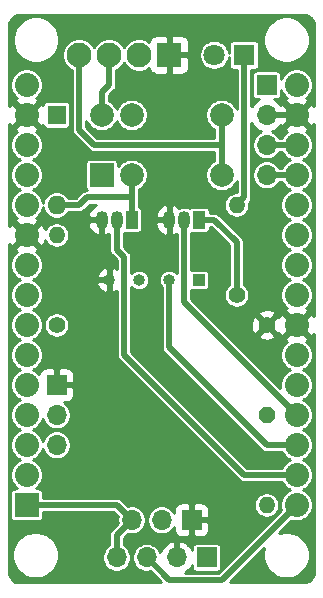
<source format=gbr>
G04 #@! TF.GenerationSoftware,KiCad,Pcbnew,5.1.5-52549c5~86~ubuntu18.04.1*
G04 #@! TF.CreationDate,2020-03-29T17:46:52+00:00*
G04 #@! TF.ProjectId,PIS,5049532e-6b69-4636-9164-5f7063625858,rev?*
G04 #@! TF.SameCoordinates,Original*
G04 #@! TF.FileFunction,Copper,L2,Bot*
G04 #@! TF.FilePolarity,Positive*
%FSLAX46Y46*%
G04 Gerber Fmt 4.6, Leading zero omitted, Abs format (unit mm)*
G04 Created by KiCad (PCBNEW 5.1.5-52549c5~86~ubuntu18.04.1) date 2020-03-29 17:46:52*
%MOMM*%
%LPD*%
G04 APERTURE LIST*
%ADD10C,2.100000*%
%ADD11R,2.100000X2.100000*%
%ADD12C,1.400000*%
%ADD13C,0.100000*%
%ADD14O,1.700000X1.700000*%
%ADD15R,1.700000X1.700000*%
%ADD16O,1.000000X1.000000*%
%ADD17R,1.000000X1.000000*%
%ADD18O,1.400000X1.400000*%
%ADD19C,1.800000*%
%ADD20R,1.800000X1.800000*%
%ADD21R,1.050000X1.500000*%
%ADD22O,1.050000X1.500000*%
%ADD23O,1.600000X1.600000*%
%ADD24R,1.600000X1.600000*%
%ADD25C,2.000000*%
%ADD26R,2.000000X2.000000*%
%ADD27C,2.032000*%
%ADD28R,2.032000X2.032000*%
%ADD29C,0.500000*%
%ADD30C,0.250000*%
G04 APERTURE END LIST*
D10*
X125730000Y-106680000D03*
X128270000Y-106680000D03*
X130810000Y-106680000D03*
D11*
X133350000Y-106680000D03*
D12*
X125730000Y-106680000D03*
X130810000Y-106680000D03*
G04 #@! TA.AperFunction,ComponentPad*
D13*
G36*
X133825226Y-105981200D02*
G01*
X133849417Y-105984788D01*
X133873139Y-105990730D01*
X133896165Y-105998969D01*
X133918272Y-106009425D01*
X133939248Y-106021998D01*
X133958891Y-106036566D01*
X133977011Y-106052989D01*
X133993434Y-106071109D01*
X134008002Y-106090752D01*
X134020575Y-106111728D01*
X134031031Y-106133835D01*
X134039270Y-106156861D01*
X134045212Y-106180583D01*
X134048800Y-106204774D01*
X134050000Y-106229200D01*
X134050000Y-107130800D01*
X134048800Y-107155226D01*
X134045212Y-107179417D01*
X134039270Y-107203139D01*
X134031031Y-107226165D01*
X134020575Y-107248272D01*
X134008002Y-107269248D01*
X133993434Y-107288891D01*
X133977011Y-107307011D01*
X133958891Y-107323434D01*
X133939248Y-107338002D01*
X133918272Y-107350575D01*
X133896165Y-107361031D01*
X133873139Y-107369270D01*
X133849417Y-107375212D01*
X133825226Y-107378800D01*
X133800800Y-107380000D01*
X132899200Y-107380000D01*
X132874774Y-107378800D01*
X132850583Y-107375212D01*
X132826861Y-107369270D01*
X132803835Y-107361031D01*
X132781728Y-107350575D01*
X132760752Y-107338002D01*
X132741109Y-107323434D01*
X132722989Y-107307011D01*
X132706566Y-107288891D01*
X132691998Y-107269248D01*
X132679425Y-107248272D01*
X132668969Y-107226165D01*
X132660730Y-107203139D01*
X132654788Y-107179417D01*
X132651200Y-107155226D01*
X132650000Y-107130800D01*
X132650000Y-106229200D01*
X132651200Y-106204774D01*
X132654788Y-106180583D01*
X132660730Y-106156861D01*
X132668969Y-106133835D01*
X132679425Y-106111728D01*
X132691998Y-106090752D01*
X132706566Y-106071109D01*
X132722989Y-106052989D01*
X132741109Y-106036566D01*
X132760752Y-106021998D01*
X132781728Y-106009425D01*
X132803835Y-105998969D01*
X132826861Y-105990730D01*
X132850583Y-105984788D01*
X132874774Y-105981200D01*
X132899200Y-105980000D01*
X133800800Y-105980000D01*
X133825226Y-105981200D01*
G37*
G04 #@! TD.AperFunction*
D14*
X128905000Y-149225000D03*
X131445000Y-149225000D03*
X133985000Y-149225000D03*
D15*
X136525000Y-149225000D03*
D16*
X128270000Y-125730000D03*
X130810000Y-125730000D03*
X133350000Y-125730000D03*
D17*
X135890000Y-125730000D03*
D18*
X139065000Y-119380000D03*
D12*
X139065000Y-127000000D03*
D19*
X137160000Y-106680000D03*
D20*
X139700000Y-106680000D03*
D21*
X135890000Y-120650000D03*
D22*
X133350000Y-120650000D03*
X134620000Y-120650000D03*
D23*
X123825000Y-119380000D03*
D24*
X123825000Y-111760000D03*
D25*
X127635000Y-111760000D03*
X130175000Y-111760000D03*
D26*
X127635000Y-116840000D03*
D25*
X130175000Y-116840000D03*
X137795000Y-111760000D03*
X137795000Y-116840000D03*
D18*
X141605000Y-137160000D03*
D12*
X141605000Y-129540000D03*
D18*
X141605000Y-144780000D03*
D12*
X141605000Y-137160000D03*
D21*
X130175000Y-120650000D03*
D22*
X127635000Y-120650000D03*
X128905000Y-120650000D03*
D14*
X123825000Y-139700000D03*
X123825000Y-137160000D03*
D15*
X123825000Y-134620000D03*
D27*
X144145000Y-142240000D03*
X144145000Y-137160000D03*
X144145000Y-139700000D03*
X144145000Y-119380000D03*
X144145000Y-121920000D03*
X144145000Y-127000000D03*
X144145000Y-124460000D03*
X144145000Y-109220000D03*
X144145000Y-129540000D03*
X144145000Y-134620000D03*
X144145000Y-132080000D03*
X144145000Y-116840000D03*
X144145000Y-111760000D03*
X144145000Y-114300000D03*
X144145000Y-144780000D03*
X121285000Y-109220000D03*
X121285000Y-111760000D03*
X121285000Y-114300000D03*
X121285000Y-116840000D03*
X121285000Y-119380000D03*
X121285000Y-121920000D03*
X121285000Y-124460000D03*
X121285000Y-127000000D03*
X121285000Y-129540000D03*
X121285000Y-132080000D03*
X121285000Y-134620000D03*
X121285000Y-137160000D03*
X121285000Y-139700000D03*
X121285000Y-142240000D03*
D28*
X121285000Y-144780000D03*
D14*
X130175000Y-146050000D03*
X132715000Y-146050000D03*
D15*
X135255000Y-146050000D03*
D18*
X123825000Y-121920000D03*
D12*
X123825000Y-129540000D03*
D14*
X141605000Y-116840000D03*
X141605000Y-114300000D03*
X141605000Y-111760000D03*
D15*
X141605000Y-109220000D03*
D29*
X141605000Y-111760000D02*
X144145000Y-111760000D01*
X128905000Y-149225000D02*
X128905000Y-147320000D01*
X128905000Y-147320000D02*
X130175000Y-146050000D01*
X130175000Y-146050000D02*
X128905000Y-144780000D01*
X128905000Y-144780000D02*
X121285000Y-144780000D01*
X141605000Y-116840000D02*
X144145000Y-116840000D01*
X144145000Y-114300000D02*
X141605000Y-114300000D01*
X141605000Y-139700000D02*
X133350000Y-131445000D01*
X144145000Y-139700000D02*
X141605000Y-139700000D01*
X133350000Y-125730000D02*
X133350000Y-131445000D01*
X127635000Y-111760000D02*
X127635000Y-109855000D01*
X127635000Y-109855000D02*
X128270000Y-109220000D01*
X128270000Y-109220000D02*
X128270000Y-106680000D01*
X128905000Y-123190000D02*
X128905000Y-120650000D01*
X129540000Y-132080000D02*
X129540000Y-123825000D01*
X129540000Y-123825000D02*
X128905000Y-123190000D01*
X139700000Y-142240000D02*
X129540000Y-132080000D01*
X144145000Y-142240000D02*
X139700000Y-142240000D01*
X130175000Y-120650000D02*
X130175000Y-118745000D01*
X130175000Y-118745000D02*
X130175000Y-116840000D01*
X130175000Y-118745000D02*
X126365000Y-118745000D01*
X126365000Y-118745000D02*
X125730000Y-119380000D01*
X125730000Y-119380000D02*
X123825000Y-119380000D01*
X139700000Y-106680000D02*
X139700000Y-118745000D01*
X139700000Y-118745000D02*
X139065000Y-119380000D01*
X134620000Y-127000000D02*
X134620000Y-120650000D01*
X144145000Y-137160000D02*
X134620000Y-127635000D01*
X134620000Y-127635000D02*
X134620000Y-127000000D01*
X137160000Y-120650000D02*
X135890000Y-120650000D01*
X137160000Y-120650000D02*
X139065000Y-122555000D01*
X139065000Y-127000000D02*
X139065000Y-122555000D01*
X137795000Y-151130000D02*
X141287500Y-147637500D01*
X131445000Y-149225000D02*
X133350000Y-151130000D01*
X141287500Y-147637500D02*
X144145000Y-144780000D01*
X133350000Y-151130000D02*
X137795000Y-151130000D01*
X137795000Y-114300000D02*
X127000000Y-114300000D01*
X137795000Y-116840000D02*
X137795000Y-114300000D01*
X137795000Y-114300000D02*
X137795000Y-111760000D01*
X127000000Y-114300000D02*
X125730000Y-113030000D01*
X125730000Y-113030000D02*
X125730000Y-106680000D01*
D30*
G36*
X144941779Y-103327839D02*
G01*
X145097399Y-103374824D01*
X145240926Y-103451137D01*
X145366900Y-103553879D01*
X145470519Y-103679133D01*
X145547832Y-103822120D01*
X145595903Y-103977411D01*
X145615001Y-104159124D01*
X145615001Y-111018818D01*
X145548655Y-110894694D01*
X145285172Y-110796604D01*
X144321777Y-111760000D01*
X145285172Y-112723396D01*
X145548655Y-112625306D01*
X145615001Y-112489442D01*
X145615000Y-128798817D01*
X145548655Y-128674694D01*
X145285172Y-128576604D01*
X144321777Y-129540000D01*
X145285172Y-130503396D01*
X145548655Y-130405306D01*
X145615000Y-130269443D01*
X145615000Y-150473724D01*
X145597051Y-150656779D01*
X145550066Y-150812399D01*
X145473750Y-150955929D01*
X145371011Y-151081899D01*
X145245757Y-151185519D01*
X145102770Y-151262832D01*
X144947479Y-151310903D01*
X144765775Y-151330000D01*
X138478882Y-151330000D01*
X141407768Y-148401115D01*
X141385898Y-148453914D01*
X141310000Y-148835479D01*
X141310000Y-149224521D01*
X141385898Y-149606086D01*
X141534778Y-149965513D01*
X141750917Y-150288989D01*
X142026011Y-150564083D01*
X142349487Y-150780222D01*
X142708914Y-150929102D01*
X143090479Y-151005000D01*
X143479521Y-151005000D01*
X143861086Y-150929102D01*
X144220513Y-150780222D01*
X144543989Y-150564083D01*
X144819083Y-150288989D01*
X145035222Y-149965513D01*
X145184102Y-149606086D01*
X145260000Y-149224521D01*
X145260000Y-148835479D01*
X145184102Y-148453914D01*
X145035222Y-148094487D01*
X144819083Y-147771011D01*
X144543989Y-147495917D01*
X144220513Y-147279778D01*
X143861086Y-147130898D01*
X143479521Y-147055000D01*
X143090479Y-147055000D01*
X142708914Y-147130898D01*
X142656114Y-147152769D01*
X143705375Y-146103508D01*
X143739260Y-146117544D01*
X144007999Y-146171000D01*
X144282001Y-146171000D01*
X144550740Y-146117544D01*
X144803885Y-146012688D01*
X145031711Y-145860460D01*
X145225460Y-145666711D01*
X145377688Y-145438885D01*
X145482544Y-145185740D01*
X145536000Y-144917001D01*
X145536000Y-144642999D01*
X145482544Y-144374260D01*
X145377688Y-144121115D01*
X145225460Y-143893289D01*
X145031711Y-143699540D01*
X144803885Y-143547312D01*
X144713806Y-143510000D01*
X144803885Y-143472688D01*
X145031711Y-143320460D01*
X145225460Y-143126711D01*
X145377688Y-142898885D01*
X145482544Y-142645740D01*
X145536000Y-142377001D01*
X145536000Y-142102999D01*
X145482544Y-141834260D01*
X145377688Y-141581115D01*
X145225460Y-141353289D01*
X145031711Y-141159540D01*
X144803885Y-141007312D01*
X144713806Y-140970000D01*
X144803885Y-140932688D01*
X145031711Y-140780460D01*
X145225460Y-140586711D01*
X145377688Y-140358885D01*
X145482544Y-140105740D01*
X145536000Y-139837001D01*
X145536000Y-139562999D01*
X145482544Y-139294260D01*
X145377688Y-139041115D01*
X145225460Y-138813289D01*
X145031711Y-138619540D01*
X144803885Y-138467312D01*
X144713806Y-138430000D01*
X144803885Y-138392688D01*
X145031711Y-138240460D01*
X145225460Y-138046711D01*
X145377688Y-137818885D01*
X145482544Y-137565740D01*
X145536000Y-137297001D01*
X145536000Y-137022999D01*
X145482544Y-136754260D01*
X145377688Y-136501115D01*
X145225460Y-136273289D01*
X145031711Y-136079540D01*
X144803885Y-135927312D01*
X144713806Y-135890000D01*
X144803885Y-135852688D01*
X145031711Y-135700460D01*
X145225460Y-135506711D01*
X145377688Y-135278885D01*
X145482544Y-135025740D01*
X145536000Y-134757001D01*
X145536000Y-134482999D01*
X145482544Y-134214260D01*
X145377688Y-133961115D01*
X145225460Y-133733289D01*
X145031711Y-133539540D01*
X144803885Y-133387312D01*
X144713806Y-133350000D01*
X144803885Y-133312688D01*
X145031711Y-133160460D01*
X145225460Y-132966711D01*
X145377688Y-132738885D01*
X145482544Y-132485740D01*
X145536000Y-132217001D01*
X145536000Y-131942999D01*
X145482544Y-131674260D01*
X145377688Y-131421115D01*
X145225460Y-131193289D01*
X145031711Y-130999540D01*
X144975731Y-130962136D01*
X145010306Y-130943655D01*
X145108396Y-130680172D01*
X144145000Y-129716777D01*
X143181604Y-130680172D01*
X143279694Y-130943655D01*
X143315650Y-130961213D01*
X143258289Y-130999540D01*
X143064540Y-131193289D01*
X142912312Y-131421115D01*
X142807456Y-131674260D01*
X142754000Y-131942999D01*
X142754000Y-132217001D01*
X142807456Y-132485740D01*
X142912312Y-132738885D01*
X143064540Y-132966711D01*
X143258289Y-133160460D01*
X143486115Y-133312688D01*
X143576194Y-133350000D01*
X143486115Y-133387312D01*
X143258289Y-133539540D01*
X143064540Y-133733289D01*
X142912312Y-133961115D01*
X142807456Y-134214260D01*
X142754000Y-134482999D01*
X142754000Y-134757001D01*
X142785812Y-134916929D01*
X138323521Y-130454638D01*
X140867138Y-130454638D01*
X140927001Y-130685850D01*
X141163572Y-130796104D01*
X141417108Y-130858087D01*
X141677864Y-130869417D01*
X141935820Y-130829657D01*
X142181063Y-130740336D01*
X142282999Y-130685850D01*
X142342862Y-130454638D01*
X141605000Y-129716777D01*
X140867138Y-130454638D01*
X138323521Y-130454638D01*
X137481747Y-129612864D01*
X140275583Y-129612864D01*
X140315343Y-129870820D01*
X140404664Y-130116063D01*
X140459150Y-130217999D01*
X140690362Y-130277862D01*
X141428223Y-129540000D01*
X141781777Y-129540000D01*
X142519638Y-130277862D01*
X142654554Y-130242931D01*
X142741345Y-130405306D01*
X143004828Y-130503396D01*
X143968223Y-129540000D01*
X143004828Y-128576604D01*
X142741345Y-128674694D01*
X142661211Y-128838793D01*
X142519638Y-128802138D01*
X141781777Y-129540000D01*
X141428223Y-129540000D01*
X140690362Y-128802138D01*
X140459150Y-128862001D01*
X140348896Y-129098572D01*
X140286913Y-129352108D01*
X140275583Y-129612864D01*
X137481747Y-129612864D01*
X136494245Y-128625362D01*
X140867138Y-128625362D01*
X141605000Y-129363223D01*
X142342862Y-128625362D01*
X142282999Y-128394150D01*
X142046428Y-128283896D01*
X141792892Y-128221913D01*
X141532136Y-128210583D01*
X141274180Y-128250343D01*
X141028937Y-128339664D01*
X140927001Y-128394150D01*
X140867138Y-128625362D01*
X136494245Y-128625362D01*
X135245000Y-127376118D01*
X135245000Y-126577703D01*
X135245800Y-126578131D01*
X135316487Y-126599574D01*
X135390000Y-126606814D01*
X136390000Y-126606814D01*
X136463513Y-126599574D01*
X136534200Y-126578131D01*
X136599347Y-126543309D01*
X136656448Y-126496448D01*
X136703309Y-126439347D01*
X136738131Y-126374200D01*
X136759574Y-126303513D01*
X136766814Y-126230000D01*
X136766814Y-125230000D01*
X136759574Y-125156487D01*
X136738131Y-125085800D01*
X136703309Y-125020653D01*
X136656448Y-124963552D01*
X136599347Y-124916691D01*
X136534200Y-124881869D01*
X136463513Y-124860426D01*
X136390000Y-124853186D01*
X135390000Y-124853186D01*
X135316487Y-124860426D01*
X135245800Y-124881869D01*
X135245000Y-124882297D01*
X135245000Y-121755472D01*
X135291487Y-121769574D01*
X135365000Y-121776814D01*
X136415000Y-121776814D01*
X136488513Y-121769574D01*
X136559200Y-121748131D01*
X136624347Y-121713309D01*
X136681448Y-121666448D01*
X136728309Y-121609347D01*
X136763131Y-121544200D01*
X136784574Y-121473513D01*
X136791814Y-121400000D01*
X136791814Y-121275000D01*
X136901118Y-121275000D01*
X138440001Y-122813884D01*
X138440000Y-126124721D01*
X138379728Y-126164993D01*
X138229993Y-126314728D01*
X138112348Y-126490797D01*
X138031312Y-126686434D01*
X137990000Y-126894122D01*
X137990000Y-127105878D01*
X138031312Y-127313566D01*
X138112348Y-127509203D01*
X138229993Y-127685272D01*
X138379728Y-127835007D01*
X138555797Y-127952652D01*
X138751434Y-128033688D01*
X138959122Y-128075000D01*
X139170878Y-128075000D01*
X139378566Y-128033688D01*
X139574203Y-127952652D01*
X139750272Y-127835007D01*
X139900007Y-127685272D01*
X140017652Y-127509203D01*
X140098688Y-127313566D01*
X140140000Y-127105878D01*
X140140000Y-126894122D01*
X140098688Y-126686434D01*
X140017652Y-126490797D01*
X139900007Y-126314728D01*
X139750272Y-126164993D01*
X139690000Y-126124721D01*
X139690000Y-122585701D01*
X139693024Y-122555000D01*
X139690000Y-122524296D01*
X139680957Y-122432479D01*
X139645219Y-122314666D01*
X139587183Y-122206089D01*
X139509080Y-122110920D01*
X139485229Y-122091346D01*
X137623658Y-120229776D01*
X137604080Y-120205920D01*
X137508911Y-120127817D01*
X137400334Y-120069781D01*
X137282521Y-120034043D01*
X137190704Y-120025000D01*
X137190694Y-120025000D01*
X137160000Y-120021977D01*
X137129306Y-120025000D01*
X136791814Y-120025000D01*
X136791814Y-119900000D01*
X136784574Y-119826487D01*
X136763131Y-119755800D01*
X136728309Y-119690653D01*
X136681448Y-119633552D01*
X136624347Y-119586691D01*
X136559200Y-119551869D01*
X136488513Y-119530426D01*
X136415000Y-119523186D01*
X135365000Y-119523186D01*
X135291487Y-119530426D01*
X135220800Y-119551869D01*
X135155653Y-119586691D01*
X135098552Y-119633552D01*
X135083298Y-119652139D01*
X134966081Y-119589486D01*
X134796431Y-119538023D01*
X134620000Y-119520646D01*
X134443570Y-119538023D01*
X134273920Y-119589486D01*
X134190530Y-119634059D01*
X134110039Y-119549027D01*
X133924541Y-119417582D01*
X133716964Y-119324852D01*
X133652295Y-119315443D01*
X133475000Y-119439143D01*
X133475000Y-120525000D01*
X133495000Y-120525000D01*
X133495000Y-120775000D01*
X133475000Y-120775000D01*
X133475000Y-121860857D01*
X133652295Y-121984557D01*
X133716964Y-121975148D01*
X133924541Y-121882418D01*
X133995001Y-121832490D01*
X133995000Y-125137563D01*
X133907780Y-125050343D01*
X133764468Y-124954585D01*
X133605228Y-124888626D01*
X133436180Y-124855000D01*
X133263820Y-124855000D01*
X133094772Y-124888626D01*
X132935532Y-124954585D01*
X132792220Y-125050343D01*
X132670343Y-125172220D01*
X132574585Y-125315532D01*
X132508626Y-125474772D01*
X132475000Y-125643820D01*
X132475000Y-125816180D01*
X132508626Y-125985228D01*
X132574585Y-126144468D01*
X132670343Y-126287780D01*
X132725000Y-126342437D01*
X132725001Y-131414296D01*
X132721977Y-131445000D01*
X132725001Y-131475704D01*
X132734044Y-131567521D01*
X132769782Y-131685334D01*
X132827818Y-131793911D01*
X132905921Y-131889080D01*
X132929772Y-131908654D01*
X141141346Y-140120229D01*
X141160920Y-140144080D01*
X141256089Y-140222183D01*
X141364666Y-140280219D01*
X141482479Y-140315957D01*
X141574296Y-140325000D01*
X141574306Y-140325000D01*
X141605000Y-140328023D01*
X141635694Y-140325000D01*
X142898276Y-140325000D01*
X142912312Y-140358885D01*
X143064540Y-140586711D01*
X143258289Y-140780460D01*
X143486115Y-140932688D01*
X143576194Y-140970000D01*
X143486115Y-141007312D01*
X143258289Y-141159540D01*
X143064540Y-141353289D01*
X142912312Y-141581115D01*
X142898276Y-141615000D01*
X139958883Y-141615000D01*
X130165000Y-131821118D01*
X130165000Y-126322437D01*
X130252220Y-126409657D01*
X130395532Y-126505415D01*
X130554772Y-126571374D01*
X130723820Y-126605000D01*
X130896180Y-126605000D01*
X131065228Y-126571374D01*
X131224468Y-126505415D01*
X131367780Y-126409657D01*
X131489657Y-126287780D01*
X131585415Y-126144468D01*
X131651374Y-125985228D01*
X131685000Y-125816180D01*
X131685000Y-125643820D01*
X131651374Y-125474772D01*
X131585415Y-125315532D01*
X131489657Y-125172220D01*
X131367780Y-125050343D01*
X131224468Y-124954585D01*
X131065228Y-124888626D01*
X130896180Y-124855000D01*
X130723820Y-124855000D01*
X130554772Y-124888626D01*
X130395532Y-124954585D01*
X130252220Y-125050343D01*
X130165000Y-125137563D01*
X130165000Y-123855702D01*
X130168024Y-123825000D01*
X130165000Y-123794296D01*
X130155957Y-123702479D01*
X130120219Y-123584666D01*
X130088005Y-123524398D01*
X130062183Y-123476088D01*
X130003653Y-123404769D01*
X130003649Y-123404765D01*
X129984080Y-123380920D01*
X129960234Y-123361350D01*
X129530000Y-122931117D01*
X129530000Y-121755472D01*
X129576487Y-121769574D01*
X129650000Y-121776814D01*
X130700000Y-121776814D01*
X130773513Y-121769574D01*
X130844200Y-121748131D01*
X130909347Y-121713309D01*
X130966448Y-121666448D01*
X131013309Y-121609347D01*
X131048131Y-121544200D01*
X131069574Y-121473513D01*
X131076814Y-121400000D01*
X131076814Y-120956978D01*
X132193165Y-120956978D01*
X132231386Y-121181090D01*
X132312595Y-121393439D01*
X132433671Y-121585865D01*
X132589961Y-121750973D01*
X132775459Y-121882418D01*
X132983036Y-121975148D01*
X133047705Y-121984557D01*
X133225000Y-121860857D01*
X133225000Y-120775000D01*
X132350833Y-120775000D01*
X132193165Y-120956978D01*
X131076814Y-120956978D01*
X131076814Y-120343022D01*
X132193165Y-120343022D01*
X132350833Y-120525000D01*
X133225000Y-120525000D01*
X133225000Y-119439143D01*
X133047705Y-119315443D01*
X132983036Y-119324852D01*
X132775459Y-119417582D01*
X132589961Y-119549027D01*
X132433671Y-119714135D01*
X132312595Y-119906561D01*
X132231386Y-120118910D01*
X132193165Y-120343022D01*
X131076814Y-120343022D01*
X131076814Y-119900000D01*
X131069574Y-119826487D01*
X131048131Y-119755800D01*
X131013309Y-119690653D01*
X130966448Y-119633552D01*
X130909347Y-119586691D01*
X130844200Y-119551869D01*
X130800000Y-119538461D01*
X130800000Y-118775703D01*
X130803024Y-118745000D01*
X130800000Y-118714296D01*
X130800000Y-118069406D01*
X130826307Y-118058509D01*
X131051511Y-117908032D01*
X131243032Y-117716511D01*
X131393509Y-117491307D01*
X131497159Y-117241073D01*
X131550000Y-116975426D01*
X131550000Y-116704574D01*
X131497159Y-116438927D01*
X131393509Y-116188693D01*
X131243032Y-115963489D01*
X131051511Y-115771968D01*
X130826307Y-115621491D01*
X130576073Y-115517841D01*
X130310426Y-115465000D01*
X130039574Y-115465000D01*
X129773927Y-115517841D01*
X129523693Y-115621491D01*
X129298489Y-115771968D01*
X129106968Y-115963489D01*
X129011814Y-116105897D01*
X129011814Y-115840000D01*
X129004574Y-115766487D01*
X128983131Y-115695800D01*
X128948309Y-115630653D01*
X128901448Y-115573552D01*
X128844347Y-115526691D01*
X128779200Y-115491869D01*
X128708513Y-115470426D01*
X128635000Y-115463186D01*
X126635000Y-115463186D01*
X126561487Y-115470426D01*
X126490800Y-115491869D01*
X126425653Y-115526691D01*
X126368552Y-115573552D01*
X126321691Y-115630653D01*
X126286869Y-115695800D01*
X126265426Y-115766487D01*
X126258186Y-115840000D01*
X126258186Y-117840000D01*
X126265426Y-117913513D01*
X126286869Y-117984200D01*
X126321691Y-118049347D01*
X126368552Y-118106448D01*
X126383615Y-118118809D01*
X126365000Y-118116976D01*
X126334298Y-118120000D01*
X126334296Y-118120000D01*
X126242479Y-118129043D01*
X126124666Y-118164781D01*
X126080982Y-118188131D01*
X126016088Y-118222817D01*
X125944769Y-118281347D01*
X125944765Y-118281351D01*
X125920920Y-118300920D01*
X125901350Y-118324766D01*
X125471117Y-118755000D01*
X124820548Y-118755000D01*
X124737682Y-118630981D01*
X124574019Y-118467318D01*
X124381571Y-118338729D01*
X124167735Y-118250155D01*
X123940727Y-118205000D01*
X123709273Y-118205000D01*
X123482265Y-118250155D01*
X123268429Y-118338729D01*
X123075981Y-118467318D01*
X122912318Y-118630981D01*
X122783729Y-118823429D01*
X122695155Y-119037265D01*
X122665116Y-119188281D01*
X122622544Y-118974260D01*
X122517688Y-118721115D01*
X122365460Y-118493289D01*
X122171711Y-118299540D01*
X121943885Y-118147312D01*
X121853806Y-118110000D01*
X121943885Y-118072688D01*
X122171711Y-117920460D01*
X122365460Y-117726711D01*
X122517688Y-117498885D01*
X122622544Y-117245740D01*
X122676000Y-116977001D01*
X122676000Y-116702999D01*
X122622544Y-116434260D01*
X122517688Y-116181115D01*
X122365460Y-115953289D01*
X122171711Y-115759540D01*
X121943885Y-115607312D01*
X121853806Y-115570000D01*
X121943885Y-115532688D01*
X122171711Y-115380460D01*
X122365460Y-115186711D01*
X122517688Y-114958885D01*
X122622544Y-114705740D01*
X122676000Y-114437001D01*
X122676000Y-114162999D01*
X122622544Y-113894260D01*
X122517688Y-113641115D01*
X122365460Y-113413289D01*
X122171711Y-113219540D01*
X122115731Y-113182136D01*
X122150306Y-113163655D01*
X122248396Y-112900172D01*
X121285000Y-111936777D01*
X120321604Y-112900172D01*
X120419694Y-113163655D01*
X120455650Y-113181213D01*
X120398289Y-113219540D01*
X120204540Y-113413289D01*
X120052312Y-113641115D01*
X119947456Y-113894260D01*
X119894000Y-114162999D01*
X119894000Y-114437001D01*
X119947456Y-114705740D01*
X120052312Y-114958885D01*
X120204540Y-115186711D01*
X120398289Y-115380460D01*
X120626115Y-115532688D01*
X120716194Y-115570000D01*
X120626115Y-115607312D01*
X120398289Y-115759540D01*
X120204540Y-115953289D01*
X120052312Y-116181115D01*
X119947456Y-116434260D01*
X119894000Y-116702999D01*
X119894000Y-116977001D01*
X119947456Y-117245740D01*
X120052312Y-117498885D01*
X120204540Y-117726711D01*
X120398289Y-117920460D01*
X120626115Y-118072688D01*
X120716194Y-118110000D01*
X120626115Y-118147312D01*
X120398289Y-118299540D01*
X120204540Y-118493289D01*
X120052312Y-118721115D01*
X119947456Y-118974260D01*
X119894000Y-119242999D01*
X119894000Y-119517001D01*
X119947456Y-119785740D01*
X120052312Y-120038885D01*
X120204540Y-120266711D01*
X120398289Y-120460460D01*
X120454269Y-120497864D01*
X120419694Y-120516345D01*
X120321604Y-120779828D01*
X121285000Y-121743223D01*
X122248396Y-120779828D01*
X122150306Y-120516345D01*
X122114350Y-120498787D01*
X122171711Y-120460460D01*
X122365460Y-120266711D01*
X122517688Y-120038885D01*
X122622544Y-119785740D01*
X122665116Y-119571719D01*
X122695155Y-119722735D01*
X122783729Y-119936571D01*
X122912318Y-120129019D01*
X123075981Y-120292682D01*
X123268429Y-120421271D01*
X123482265Y-120509845D01*
X123709273Y-120555000D01*
X123940727Y-120555000D01*
X124167735Y-120509845D01*
X124381571Y-120421271D01*
X124574019Y-120292682D01*
X124737682Y-120129019D01*
X124820548Y-120005000D01*
X125699306Y-120005000D01*
X125730000Y-120008023D01*
X125760694Y-120005000D01*
X125760704Y-120005000D01*
X125852521Y-119995957D01*
X125970334Y-119960219D01*
X126078911Y-119902183D01*
X126174080Y-119824080D01*
X126193658Y-119800224D01*
X126623883Y-119370000D01*
X127166972Y-119370000D01*
X127060459Y-119417582D01*
X126874961Y-119549027D01*
X126718671Y-119714135D01*
X126597595Y-119906561D01*
X126516386Y-120118910D01*
X126478165Y-120343022D01*
X126635833Y-120525000D01*
X127510000Y-120525000D01*
X127510000Y-120505000D01*
X127760000Y-120505000D01*
X127760000Y-120525000D01*
X127780000Y-120525000D01*
X127780000Y-120775000D01*
X127760000Y-120775000D01*
X127760000Y-121860857D01*
X127937295Y-121984557D01*
X128001964Y-121975148D01*
X128209541Y-121882418D01*
X128280001Y-121832490D01*
X128280000Y-123159306D01*
X128276977Y-123190000D01*
X128280000Y-123220694D01*
X128280000Y-123220703D01*
X128289043Y-123312520D01*
X128324781Y-123430333D01*
X128382817Y-123538910D01*
X128460920Y-123634080D01*
X128484776Y-123653658D01*
X128915001Y-124083884D01*
X128915001Y-124814874D01*
X128826040Y-124752013D01*
X128624560Y-124662327D01*
X128568360Y-124645285D01*
X128395000Y-124769348D01*
X128395000Y-125605000D01*
X128415000Y-125605000D01*
X128415000Y-125855000D01*
X128395000Y-125855000D01*
X128395000Y-126690652D01*
X128568360Y-126814715D01*
X128624560Y-126797673D01*
X128826040Y-126707987D01*
X128915001Y-126645126D01*
X128915000Y-132049306D01*
X128911977Y-132080000D01*
X128915000Y-132110694D01*
X128915000Y-132110703D01*
X128924043Y-132202520D01*
X128959781Y-132320333D01*
X129017817Y-132428910D01*
X129095920Y-132524080D01*
X129119776Y-132543658D01*
X139236346Y-142660229D01*
X139255920Y-142684080D01*
X139351089Y-142762183D01*
X139459666Y-142820219D01*
X139577479Y-142855957D01*
X139669296Y-142865000D01*
X139669298Y-142865000D01*
X139700000Y-142868024D01*
X139730701Y-142865000D01*
X142898276Y-142865000D01*
X142912312Y-142898885D01*
X143064540Y-143126711D01*
X143258289Y-143320460D01*
X143486115Y-143472688D01*
X143576194Y-143510000D01*
X143486115Y-143547312D01*
X143258289Y-143699540D01*
X143064540Y-143893289D01*
X142912312Y-144121115D01*
X142807456Y-144374260D01*
X142754000Y-144642999D01*
X142754000Y-144917001D01*
X142807456Y-145185740D01*
X142821492Y-145219625D01*
X140867269Y-147173848D01*
X137536118Y-150505000D01*
X134711042Y-150505000D01*
X134747740Y-150487485D01*
X134979383Y-150314423D01*
X135172812Y-150099496D01*
X135298186Y-149888647D01*
X135298186Y-150075000D01*
X135305426Y-150148513D01*
X135326869Y-150219200D01*
X135361691Y-150284347D01*
X135408552Y-150341448D01*
X135465653Y-150388309D01*
X135530800Y-150423131D01*
X135601487Y-150444574D01*
X135675000Y-150451814D01*
X137375000Y-150451814D01*
X137448513Y-150444574D01*
X137519200Y-150423131D01*
X137584347Y-150388309D01*
X137641448Y-150341448D01*
X137688309Y-150284347D01*
X137723131Y-150219200D01*
X137744574Y-150148513D01*
X137751814Y-150075000D01*
X137751814Y-148375000D01*
X137744574Y-148301487D01*
X137723131Y-148230800D01*
X137688309Y-148165653D01*
X137641448Y-148108552D01*
X137584347Y-148061691D01*
X137519200Y-148026869D01*
X137448513Y-148005426D01*
X137375000Y-147998186D01*
X135675000Y-147998186D01*
X135601487Y-148005426D01*
X135530800Y-148026869D01*
X135465653Y-148061691D01*
X135408552Y-148108552D01*
X135361691Y-148165653D01*
X135326869Y-148230800D01*
X135305426Y-148301487D01*
X135298186Y-148375000D01*
X135298186Y-148561353D01*
X135172812Y-148350504D01*
X134979383Y-148135577D01*
X134747740Y-147962515D01*
X134486786Y-147837970D01*
X134338372Y-147792955D01*
X134110000Y-147912188D01*
X134110000Y-149100000D01*
X134130000Y-149100000D01*
X134130000Y-149350000D01*
X134110000Y-149350000D01*
X134110000Y-149370000D01*
X133860000Y-149370000D01*
X133860000Y-149350000D01*
X133840000Y-149350000D01*
X133840000Y-149100000D01*
X133860000Y-149100000D01*
X133860000Y-147912188D01*
X133631628Y-147792955D01*
X133483214Y-147837970D01*
X133222260Y-147962515D01*
X132990617Y-148135577D01*
X132797188Y-148350504D01*
X132649406Y-148599038D01*
X132585940Y-148778395D01*
X132530581Y-148644745D01*
X132396519Y-148444108D01*
X132225892Y-148273481D01*
X132025255Y-148139419D01*
X131802319Y-148047076D01*
X131565652Y-148000000D01*
X131324348Y-148000000D01*
X131087681Y-148047076D01*
X130864745Y-148139419D01*
X130664108Y-148273481D01*
X130493481Y-148444108D01*
X130359419Y-148644745D01*
X130267076Y-148867681D01*
X130220000Y-149104348D01*
X130220000Y-149345652D01*
X130267076Y-149582319D01*
X130359419Y-149805255D01*
X130493481Y-150005892D01*
X130664108Y-150176519D01*
X130864745Y-150310581D01*
X131087681Y-150402924D01*
X131324348Y-150450000D01*
X131565652Y-150450000D01*
X131749540Y-150413422D01*
X132666117Y-151330000D01*
X120628638Y-151330000D01*
X120625029Y-151330355D01*
X120488221Y-151316941D01*
X120332601Y-151269956D01*
X120189071Y-151193640D01*
X120063101Y-151090901D01*
X119959481Y-150965647D01*
X119882168Y-150822660D01*
X119834097Y-150667369D01*
X119815000Y-150485665D01*
X119815000Y-148835479D01*
X120060000Y-148835479D01*
X120060000Y-149224521D01*
X120135898Y-149606086D01*
X120284778Y-149965513D01*
X120500917Y-150288989D01*
X120776011Y-150564083D01*
X121099487Y-150780222D01*
X121458914Y-150929102D01*
X121840479Y-151005000D01*
X122229521Y-151005000D01*
X122611086Y-150929102D01*
X122970513Y-150780222D01*
X123293989Y-150564083D01*
X123569083Y-150288989D01*
X123785222Y-149965513D01*
X123934102Y-149606086D01*
X124010000Y-149224521D01*
X124010000Y-148835479D01*
X123934102Y-148453914D01*
X123785222Y-148094487D01*
X123569083Y-147771011D01*
X123293989Y-147495917D01*
X122970513Y-147279778D01*
X122611086Y-147130898D01*
X122229521Y-147055000D01*
X121840479Y-147055000D01*
X121458914Y-147130898D01*
X121099487Y-147279778D01*
X120776011Y-147495917D01*
X120500917Y-147771011D01*
X120284778Y-148094487D01*
X120135898Y-148453914D01*
X120060000Y-148835479D01*
X119815000Y-148835479D01*
X119815000Y-143764000D01*
X119892186Y-143764000D01*
X119892186Y-145796000D01*
X119899426Y-145869513D01*
X119920869Y-145940200D01*
X119955691Y-146005347D01*
X120002552Y-146062448D01*
X120059653Y-146109309D01*
X120124800Y-146144131D01*
X120195487Y-146165574D01*
X120269000Y-146172814D01*
X122301000Y-146172814D01*
X122374513Y-146165574D01*
X122445200Y-146144131D01*
X122510347Y-146109309D01*
X122567448Y-146062448D01*
X122614309Y-146005347D01*
X122649131Y-145940200D01*
X122670574Y-145869513D01*
X122677814Y-145796000D01*
X122677814Y-145405000D01*
X128646118Y-145405000D01*
X128986578Y-145745460D01*
X128950000Y-145929348D01*
X128950000Y-146170652D01*
X128986578Y-146354540D01*
X128484772Y-146856346D01*
X128460921Y-146875920D01*
X128382818Y-146971089D01*
X128324782Y-147079666D01*
X128289044Y-147197479D01*
X128283979Y-147248911D01*
X128276977Y-147320000D01*
X128280001Y-147350704D01*
X128280001Y-148169316D01*
X128124108Y-148273481D01*
X127953481Y-148444108D01*
X127819419Y-148644745D01*
X127727076Y-148867681D01*
X127680000Y-149104348D01*
X127680000Y-149345652D01*
X127727076Y-149582319D01*
X127819419Y-149805255D01*
X127953481Y-150005892D01*
X128124108Y-150176519D01*
X128324745Y-150310581D01*
X128547681Y-150402924D01*
X128784348Y-150450000D01*
X129025652Y-150450000D01*
X129262319Y-150402924D01*
X129485255Y-150310581D01*
X129685892Y-150176519D01*
X129856519Y-150005892D01*
X129990581Y-149805255D01*
X130082924Y-149582319D01*
X130130000Y-149345652D01*
X130130000Y-149104348D01*
X130082924Y-148867681D01*
X129990581Y-148644745D01*
X129856519Y-148444108D01*
X129685892Y-148273481D01*
X129530000Y-148169317D01*
X129530000Y-147578882D01*
X129870460Y-147238422D01*
X130054348Y-147275000D01*
X130295652Y-147275000D01*
X130532319Y-147227924D01*
X130755255Y-147135581D01*
X130955892Y-147001519D01*
X131126519Y-146830892D01*
X131260581Y-146630255D01*
X131352924Y-146407319D01*
X131400000Y-146170652D01*
X131400000Y-145929348D01*
X131490000Y-145929348D01*
X131490000Y-146170652D01*
X131537076Y-146407319D01*
X131629419Y-146630255D01*
X131763481Y-146830892D01*
X131934108Y-147001519D01*
X132134745Y-147135581D01*
X132357681Y-147227924D01*
X132594348Y-147275000D01*
X132835652Y-147275000D01*
X133072319Y-147227924D01*
X133295255Y-147135581D01*
X133495892Y-147001519D01*
X133666519Y-146830892D01*
X133778232Y-146663702D01*
X133776976Y-146900000D01*
X133789043Y-147022521D01*
X133824781Y-147140334D01*
X133882817Y-147248911D01*
X133960920Y-147344080D01*
X134056089Y-147422183D01*
X134164666Y-147480219D01*
X134282479Y-147515957D01*
X134405000Y-147528024D01*
X134973750Y-147525000D01*
X135130000Y-147368750D01*
X135130000Y-146175000D01*
X135380000Y-146175000D01*
X135380000Y-147368750D01*
X135536250Y-147525000D01*
X136105000Y-147528024D01*
X136227521Y-147515957D01*
X136345334Y-147480219D01*
X136453911Y-147422183D01*
X136549080Y-147344080D01*
X136627183Y-147248911D01*
X136685219Y-147140334D01*
X136720957Y-147022521D01*
X136733024Y-146900000D01*
X136730000Y-146331250D01*
X136573750Y-146175000D01*
X135380000Y-146175000D01*
X135130000Y-146175000D01*
X135110000Y-146175000D01*
X135110000Y-145925000D01*
X135130000Y-145925000D01*
X135130000Y-144731250D01*
X135380000Y-144731250D01*
X135380000Y-145925000D01*
X136573750Y-145925000D01*
X136730000Y-145768750D01*
X136733024Y-145200000D01*
X136720957Y-145077479D01*
X136685219Y-144959666D01*
X136627183Y-144851089D01*
X136549080Y-144755920D01*
X136453911Y-144677817D01*
X136446999Y-144674122D01*
X140530000Y-144674122D01*
X140530000Y-144885878D01*
X140571312Y-145093566D01*
X140652348Y-145289203D01*
X140769993Y-145465272D01*
X140919728Y-145615007D01*
X141095797Y-145732652D01*
X141291434Y-145813688D01*
X141499122Y-145855000D01*
X141710878Y-145855000D01*
X141918566Y-145813688D01*
X142114203Y-145732652D01*
X142290272Y-145615007D01*
X142440007Y-145465272D01*
X142557652Y-145289203D01*
X142638688Y-145093566D01*
X142680000Y-144885878D01*
X142680000Y-144674122D01*
X142638688Y-144466434D01*
X142557652Y-144270797D01*
X142440007Y-144094728D01*
X142290272Y-143944993D01*
X142114203Y-143827348D01*
X141918566Y-143746312D01*
X141710878Y-143705000D01*
X141499122Y-143705000D01*
X141291434Y-143746312D01*
X141095797Y-143827348D01*
X140919728Y-143944993D01*
X140769993Y-144094728D01*
X140652348Y-144270797D01*
X140571312Y-144466434D01*
X140530000Y-144674122D01*
X136446999Y-144674122D01*
X136345334Y-144619781D01*
X136227521Y-144584043D01*
X136105000Y-144571976D01*
X135536250Y-144575000D01*
X135380000Y-144731250D01*
X135130000Y-144731250D01*
X134973750Y-144575000D01*
X134405000Y-144571976D01*
X134282479Y-144584043D01*
X134164666Y-144619781D01*
X134056089Y-144677817D01*
X133960920Y-144755920D01*
X133882817Y-144851089D01*
X133824781Y-144959666D01*
X133789043Y-145077479D01*
X133776976Y-145200000D01*
X133778232Y-145436298D01*
X133666519Y-145269108D01*
X133495892Y-145098481D01*
X133295255Y-144964419D01*
X133072319Y-144872076D01*
X132835652Y-144825000D01*
X132594348Y-144825000D01*
X132357681Y-144872076D01*
X132134745Y-144964419D01*
X131934108Y-145098481D01*
X131763481Y-145269108D01*
X131629419Y-145469745D01*
X131537076Y-145692681D01*
X131490000Y-145929348D01*
X131400000Y-145929348D01*
X131352924Y-145692681D01*
X131260581Y-145469745D01*
X131126519Y-145269108D01*
X130955892Y-145098481D01*
X130755255Y-144964419D01*
X130532319Y-144872076D01*
X130295652Y-144825000D01*
X130054348Y-144825000D01*
X129870460Y-144861578D01*
X129368658Y-144359776D01*
X129349080Y-144335920D01*
X129253911Y-144257817D01*
X129145334Y-144199781D01*
X129027521Y-144164043D01*
X128935704Y-144155000D01*
X128935694Y-144155000D01*
X128905000Y-144151977D01*
X128874306Y-144155000D01*
X122677814Y-144155000D01*
X122677814Y-143764000D01*
X122670574Y-143690487D01*
X122649131Y-143619800D01*
X122614309Y-143554653D01*
X122567448Y-143497552D01*
X122510347Y-143450691D01*
X122445200Y-143415869D01*
X122374513Y-143394426D01*
X122301000Y-143387186D01*
X122071848Y-143387186D01*
X122171711Y-143320460D01*
X122365460Y-143126711D01*
X122517688Y-142898885D01*
X122622544Y-142645740D01*
X122676000Y-142377001D01*
X122676000Y-142102999D01*
X122622544Y-141834260D01*
X122517688Y-141581115D01*
X122365460Y-141353289D01*
X122171711Y-141159540D01*
X121943885Y-141007312D01*
X121853806Y-140970000D01*
X121943885Y-140932688D01*
X122171711Y-140780460D01*
X122365460Y-140586711D01*
X122517688Y-140358885D01*
X122622544Y-140105740D01*
X122639626Y-140019865D01*
X122647076Y-140057319D01*
X122739419Y-140280255D01*
X122873481Y-140480892D01*
X123044108Y-140651519D01*
X123244745Y-140785581D01*
X123467681Y-140877924D01*
X123704348Y-140925000D01*
X123945652Y-140925000D01*
X124182319Y-140877924D01*
X124405255Y-140785581D01*
X124605892Y-140651519D01*
X124776519Y-140480892D01*
X124910581Y-140280255D01*
X125002924Y-140057319D01*
X125050000Y-139820652D01*
X125050000Y-139579348D01*
X125002924Y-139342681D01*
X124910581Y-139119745D01*
X124776519Y-138919108D01*
X124605892Y-138748481D01*
X124405255Y-138614419D01*
X124182319Y-138522076D01*
X123945652Y-138475000D01*
X123704348Y-138475000D01*
X123467681Y-138522076D01*
X123244745Y-138614419D01*
X123044108Y-138748481D01*
X122873481Y-138919108D01*
X122739419Y-139119745D01*
X122647076Y-139342681D01*
X122639626Y-139380135D01*
X122622544Y-139294260D01*
X122517688Y-139041115D01*
X122365460Y-138813289D01*
X122171711Y-138619540D01*
X121943885Y-138467312D01*
X121853806Y-138430000D01*
X121943885Y-138392688D01*
X122171711Y-138240460D01*
X122365460Y-138046711D01*
X122517688Y-137818885D01*
X122622544Y-137565740D01*
X122639626Y-137479865D01*
X122647076Y-137517319D01*
X122739419Y-137740255D01*
X122873481Y-137940892D01*
X123044108Y-138111519D01*
X123244745Y-138245581D01*
X123467681Y-138337924D01*
X123704348Y-138385000D01*
X123945652Y-138385000D01*
X124182319Y-138337924D01*
X124405255Y-138245581D01*
X124605892Y-138111519D01*
X124776519Y-137940892D01*
X124910581Y-137740255D01*
X125002924Y-137517319D01*
X125050000Y-137280652D01*
X125050000Y-137039348D01*
X125002924Y-136802681D01*
X124910581Y-136579745D01*
X124776519Y-136379108D01*
X124605892Y-136208481D01*
X124438702Y-136096768D01*
X124675000Y-136098024D01*
X124797521Y-136085957D01*
X124915334Y-136050219D01*
X125023911Y-135992183D01*
X125119080Y-135914080D01*
X125197183Y-135818911D01*
X125255219Y-135710334D01*
X125290957Y-135592521D01*
X125303024Y-135470000D01*
X125300000Y-134901250D01*
X125143750Y-134745000D01*
X123950000Y-134745000D01*
X123950000Y-134765000D01*
X123700000Y-134765000D01*
X123700000Y-134745000D01*
X123680000Y-134745000D01*
X123680000Y-134495000D01*
X123700000Y-134495000D01*
X123700000Y-133301250D01*
X123950000Y-133301250D01*
X123950000Y-134495000D01*
X125143750Y-134495000D01*
X125300000Y-134338750D01*
X125303024Y-133770000D01*
X125290957Y-133647479D01*
X125255219Y-133529666D01*
X125197183Y-133421089D01*
X125119080Y-133325920D01*
X125023911Y-133247817D01*
X124915334Y-133189781D01*
X124797521Y-133154043D01*
X124675000Y-133141976D01*
X124106250Y-133145000D01*
X123950000Y-133301250D01*
X123700000Y-133301250D01*
X123543750Y-133145000D01*
X122975000Y-133141976D01*
X122852479Y-133154043D01*
X122734666Y-133189781D01*
X122626089Y-133247817D01*
X122530920Y-133325920D01*
X122452817Y-133421089D01*
X122394781Y-133529666D01*
X122359043Y-133647479D01*
X122351925Y-133719754D01*
X122171711Y-133539540D01*
X121943885Y-133387312D01*
X121853806Y-133350000D01*
X121943885Y-133312688D01*
X122171711Y-133160460D01*
X122365460Y-132966711D01*
X122517688Y-132738885D01*
X122622544Y-132485740D01*
X122676000Y-132217001D01*
X122676000Y-131942999D01*
X122622544Y-131674260D01*
X122517688Y-131421115D01*
X122365460Y-131193289D01*
X122171711Y-130999540D01*
X121943885Y-130847312D01*
X121853806Y-130810000D01*
X121943885Y-130772688D01*
X122171711Y-130620460D01*
X122365460Y-130426711D01*
X122517688Y-130198885D01*
X122622544Y-129945740D01*
X122676000Y-129677001D01*
X122676000Y-129434122D01*
X122750000Y-129434122D01*
X122750000Y-129645878D01*
X122791312Y-129853566D01*
X122872348Y-130049203D01*
X122989993Y-130225272D01*
X123139728Y-130375007D01*
X123315797Y-130492652D01*
X123511434Y-130573688D01*
X123719122Y-130615000D01*
X123930878Y-130615000D01*
X124138566Y-130573688D01*
X124334203Y-130492652D01*
X124510272Y-130375007D01*
X124660007Y-130225272D01*
X124777652Y-130049203D01*
X124858688Y-129853566D01*
X124900000Y-129645878D01*
X124900000Y-129434122D01*
X124858688Y-129226434D01*
X124777652Y-129030797D01*
X124660007Y-128854728D01*
X124510272Y-128704993D01*
X124334203Y-128587348D01*
X124138566Y-128506312D01*
X123930878Y-128465000D01*
X123719122Y-128465000D01*
X123511434Y-128506312D01*
X123315797Y-128587348D01*
X123139728Y-128704993D01*
X122989993Y-128854728D01*
X122872348Y-129030797D01*
X122791312Y-129226434D01*
X122750000Y-129434122D01*
X122676000Y-129434122D01*
X122676000Y-129402999D01*
X122622544Y-129134260D01*
X122517688Y-128881115D01*
X122365460Y-128653289D01*
X122171711Y-128459540D01*
X121943885Y-128307312D01*
X121853806Y-128270000D01*
X121943885Y-128232688D01*
X122171711Y-128080460D01*
X122365460Y-127886711D01*
X122517688Y-127658885D01*
X122622544Y-127405740D01*
X122676000Y-127137001D01*
X122676000Y-126862999D01*
X122622544Y-126594260D01*
X122517688Y-126341115D01*
X122365460Y-126113289D01*
X122280532Y-126028361D01*
X127185279Y-126028361D01*
X127264329Y-126234247D01*
X127382026Y-126420755D01*
X127533848Y-126580717D01*
X127713960Y-126707987D01*
X127915440Y-126797673D01*
X127971640Y-126814715D01*
X128145000Y-126690652D01*
X128145000Y-125855000D01*
X127308210Y-125855000D01*
X127185279Y-126028361D01*
X122280532Y-126028361D01*
X122171711Y-125919540D01*
X121943885Y-125767312D01*
X121853806Y-125730000D01*
X121943885Y-125692688D01*
X122171711Y-125540460D01*
X122280532Y-125431639D01*
X127185279Y-125431639D01*
X127308210Y-125605000D01*
X128145000Y-125605000D01*
X128145000Y-124769348D01*
X127971640Y-124645285D01*
X127915440Y-124662327D01*
X127713960Y-124752013D01*
X127533848Y-124879283D01*
X127382026Y-125039245D01*
X127264329Y-125225753D01*
X127185279Y-125431639D01*
X122280532Y-125431639D01*
X122365460Y-125346711D01*
X122517688Y-125118885D01*
X122622544Y-124865740D01*
X122676000Y-124597001D01*
X122676000Y-124322999D01*
X122622544Y-124054260D01*
X122517688Y-123801115D01*
X122365460Y-123573289D01*
X122171711Y-123379540D01*
X122115731Y-123342136D01*
X122150306Y-123323655D01*
X122248396Y-123060172D01*
X121285000Y-122096777D01*
X120321604Y-123060172D01*
X120419694Y-123323655D01*
X120455650Y-123341213D01*
X120398289Y-123379540D01*
X120204540Y-123573289D01*
X120052312Y-123801115D01*
X119947456Y-124054260D01*
X119894000Y-124322999D01*
X119894000Y-124597001D01*
X119947456Y-124865740D01*
X120052312Y-125118885D01*
X120204540Y-125346711D01*
X120398289Y-125540460D01*
X120626115Y-125692688D01*
X120716194Y-125730000D01*
X120626115Y-125767312D01*
X120398289Y-125919540D01*
X120204540Y-126113289D01*
X120052312Y-126341115D01*
X119947456Y-126594260D01*
X119894000Y-126862999D01*
X119894000Y-127137001D01*
X119947456Y-127405740D01*
X120052312Y-127658885D01*
X120204540Y-127886711D01*
X120398289Y-128080460D01*
X120626115Y-128232688D01*
X120716194Y-128270000D01*
X120626115Y-128307312D01*
X120398289Y-128459540D01*
X120204540Y-128653289D01*
X120052312Y-128881115D01*
X119947456Y-129134260D01*
X119894000Y-129402999D01*
X119894000Y-129677001D01*
X119947456Y-129945740D01*
X120052312Y-130198885D01*
X120204540Y-130426711D01*
X120398289Y-130620460D01*
X120626115Y-130772688D01*
X120716194Y-130810000D01*
X120626115Y-130847312D01*
X120398289Y-130999540D01*
X120204540Y-131193289D01*
X120052312Y-131421115D01*
X119947456Y-131674260D01*
X119894000Y-131942999D01*
X119894000Y-132217001D01*
X119947456Y-132485740D01*
X120052312Y-132738885D01*
X120204540Y-132966711D01*
X120398289Y-133160460D01*
X120626115Y-133312688D01*
X120716194Y-133350000D01*
X120626115Y-133387312D01*
X120398289Y-133539540D01*
X120204540Y-133733289D01*
X120052312Y-133961115D01*
X119947456Y-134214260D01*
X119894000Y-134482999D01*
X119894000Y-134757001D01*
X119947456Y-135025740D01*
X120052312Y-135278885D01*
X120204540Y-135506711D01*
X120398289Y-135700460D01*
X120626115Y-135852688D01*
X120716194Y-135890000D01*
X120626115Y-135927312D01*
X120398289Y-136079540D01*
X120204540Y-136273289D01*
X120052312Y-136501115D01*
X119947456Y-136754260D01*
X119894000Y-137022999D01*
X119894000Y-137297001D01*
X119947456Y-137565740D01*
X120052312Y-137818885D01*
X120204540Y-138046711D01*
X120398289Y-138240460D01*
X120626115Y-138392688D01*
X120716194Y-138430000D01*
X120626115Y-138467312D01*
X120398289Y-138619540D01*
X120204540Y-138813289D01*
X120052312Y-139041115D01*
X119947456Y-139294260D01*
X119894000Y-139562999D01*
X119894000Y-139837001D01*
X119947456Y-140105740D01*
X120052312Y-140358885D01*
X120204540Y-140586711D01*
X120398289Y-140780460D01*
X120626115Y-140932688D01*
X120716194Y-140970000D01*
X120626115Y-141007312D01*
X120398289Y-141159540D01*
X120204540Y-141353289D01*
X120052312Y-141581115D01*
X119947456Y-141834260D01*
X119894000Y-142102999D01*
X119894000Y-142377001D01*
X119947456Y-142645740D01*
X120052312Y-142898885D01*
X120204540Y-143126711D01*
X120398289Y-143320460D01*
X120498152Y-143387186D01*
X120269000Y-143387186D01*
X120195487Y-143394426D01*
X120124800Y-143415869D01*
X120059653Y-143450691D01*
X120002552Y-143497552D01*
X119955691Y-143554653D01*
X119920869Y-143619800D01*
X119899426Y-143690487D01*
X119892186Y-143764000D01*
X119815000Y-143764000D01*
X119815000Y-122661184D01*
X119881345Y-122785306D01*
X120144828Y-122883396D01*
X121108223Y-121920000D01*
X121461777Y-121920000D01*
X122425172Y-122883396D01*
X122688655Y-122785306D01*
X122830497Y-122494840D01*
X122857358Y-122393013D01*
X122872348Y-122429203D01*
X122989993Y-122605272D01*
X123139728Y-122755007D01*
X123315797Y-122872652D01*
X123511434Y-122953688D01*
X123719122Y-122995000D01*
X123930878Y-122995000D01*
X124138566Y-122953688D01*
X124334203Y-122872652D01*
X124510272Y-122755007D01*
X124660007Y-122605272D01*
X124777652Y-122429203D01*
X124858688Y-122233566D01*
X124900000Y-122025878D01*
X124900000Y-121814122D01*
X124858688Y-121606434D01*
X124777652Y-121410797D01*
X124660007Y-121234728D01*
X124510272Y-121084993D01*
X124334203Y-120967348D01*
X124309168Y-120956978D01*
X126478165Y-120956978D01*
X126516386Y-121181090D01*
X126597595Y-121393439D01*
X126718671Y-121585865D01*
X126874961Y-121750973D01*
X127060459Y-121882418D01*
X127268036Y-121975148D01*
X127332705Y-121984557D01*
X127510000Y-121860857D01*
X127510000Y-120775000D01*
X126635833Y-120775000D01*
X126478165Y-120956978D01*
X124309168Y-120956978D01*
X124138566Y-120886312D01*
X123930878Y-120845000D01*
X123719122Y-120845000D01*
X123511434Y-120886312D01*
X123315797Y-120967348D01*
X123139728Y-121084993D01*
X122989993Y-121234728D01*
X122872348Y-121410797D01*
X122857518Y-121446600D01*
X122784305Y-121233642D01*
X122688655Y-121054694D01*
X122425172Y-120956604D01*
X121461777Y-121920000D01*
X121108223Y-121920000D01*
X120144828Y-120956604D01*
X119881345Y-121054694D01*
X119815000Y-121190556D01*
X119815000Y-112501184D01*
X119881345Y-112625306D01*
X120144828Y-112723396D01*
X121108223Y-111760000D01*
X121461777Y-111760000D01*
X122425172Y-112723396D01*
X122656561Y-112637254D01*
X122676869Y-112704200D01*
X122711691Y-112769347D01*
X122758552Y-112826448D01*
X122815653Y-112873309D01*
X122880800Y-112908131D01*
X122951487Y-112929574D01*
X123025000Y-112936814D01*
X124625000Y-112936814D01*
X124698513Y-112929574D01*
X124769200Y-112908131D01*
X124834347Y-112873309D01*
X124891448Y-112826448D01*
X124938309Y-112769347D01*
X124973131Y-112704200D01*
X124994574Y-112633513D01*
X125001814Y-112560000D01*
X125001814Y-110960000D01*
X124994574Y-110886487D01*
X124973131Y-110815800D01*
X124938309Y-110750653D01*
X124891448Y-110693552D01*
X124834347Y-110646691D01*
X124769200Y-110611869D01*
X124698513Y-110590426D01*
X124625000Y-110583186D01*
X123025000Y-110583186D01*
X122951487Y-110590426D01*
X122880800Y-110611869D01*
X122815653Y-110646691D01*
X122758552Y-110693552D01*
X122711691Y-110750653D01*
X122676869Y-110815800D01*
X122656561Y-110882746D01*
X122425172Y-110796604D01*
X121461777Y-111760000D01*
X121108223Y-111760000D01*
X120144828Y-110796604D01*
X119881345Y-110894694D01*
X119815000Y-111030556D01*
X119815000Y-109082999D01*
X119894000Y-109082999D01*
X119894000Y-109357001D01*
X119947456Y-109625740D01*
X120052312Y-109878885D01*
X120204540Y-110106711D01*
X120398289Y-110300460D01*
X120454269Y-110337864D01*
X120419694Y-110356345D01*
X120321604Y-110619828D01*
X121285000Y-111583223D01*
X122248396Y-110619828D01*
X122150306Y-110356345D01*
X122114350Y-110338787D01*
X122171711Y-110300460D01*
X122365460Y-110106711D01*
X122517688Y-109878885D01*
X122622544Y-109625740D01*
X122676000Y-109357001D01*
X122676000Y-109082999D01*
X122622544Y-108814260D01*
X122517688Y-108561115D01*
X122365460Y-108333289D01*
X122171711Y-108139540D01*
X121943885Y-107987312D01*
X121690740Y-107882456D01*
X121422001Y-107829000D01*
X121147999Y-107829000D01*
X120879260Y-107882456D01*
X120626115Y-107987312D01*
X120398289Y-108139540D01*
X120204540Y-108333289D01*
X120052312Y-108561115D01*
X119947456Y-108814260D01*
X119894000Y-109082999D01*
X119815000Y-109082999D01*
X119815000Y-105205479D01*
X120110000Y-105205479D01*
X120110000Y-105594521D01*
X120185898Y-105976086D01*
X120334778Y-106335513D01*
X120550917Y-106658989D01*
X120826011Y-106934083D01*
X121149487Y-107150222D01*
X121508914Y-107299102D01*
X121890479Y-107375000D01*
X122279521Y-107375000D01*
X122661086Y-107299102D01*
X123020513Y-107150222D01*
X123343989Y-106934083D01*
X123619083Y-106658989D01*
X123698822Y-106539650D01*
X124305000Y-106539650D01*
X124305000Y-106820350D01*
X124359762Y-107095657D01*
X124467181Y-107354991D01*
X124623130Y-107588385D01*
X124821615Y-107786870D01*
X125055009Y-107942819D01*
X125105001Y-107963526D01*
X125105000Y-112999306D01*
X125101977Y-113030000D01*
X125105000Y-113060694D01*
X125105000Y-113060703D01*
X125114043Y-113152520D01*
X125149781Y-113270333D01*
X125207817Y-113378910D01*
X125285920Y-113474080D01*
X125309776Y-113493658D01*
X126536346Y-114720229D01*
X126555920Y-114744080D01*
X126579769Y-114763652D01*
X126651087Y-114822182D01*
X126651089Y-114822183D01*
X126759666Y-114880219D01*
X126877479Y-114915957D01*
X126969296Y-114925000D01*
X126969305Y-114925000D01*
X126999999Y-114928023D01*
X127030693Y-114925000D01*
X137170001Y-114925000D01*
X137170000Y-115610594D01*
X137143693Y-115621491D01*
X136918489Y-115771968D01*
X136726968Y-115963489D01*
X136576491Y-116188693D01*
X136472841Y-116438927D01*
X136420000Y-116704574D01*
X136420000Y-116975426D01*
X136472841Y-117241073D01*
X136576491Y-117491307D01*
X136726968Y-117716511D01*
X136918489Y-117908032D01*
X137143693Y-118058509D01*
X137393927Y-118162159D01*
X137659574Y-118215000D01*
X137930426Y-118215000D01*
X138196073Y-118162159D01*
X138446307Y-118058509D01*
X138671511Y-117908032D01*
X138863032Y-117716511D01*
X139013509Y-117491307D01*
X139075001Y-117342852D01*
X139075001Y-118305000D01*
X138959122Y-118305000D01*
X138751434Y-118346312D01*
X138555797Y-118427348D01*
X138379728Y-118544993D01*
X138229993Y-118694728D01*
X138112348Y-118870797D01*
X138031312Y-119066434D01*
X137990000Y-119274122D01*
X137990000Y-119485878D01*
X138031312Y-119693566D01*
X138112348Y-119889203D01*
X138229993Y-120065272D01*
X138379728Y-120215007D01*
X138555797Y-120332652D01*
X138751434Y-120413688D01*
X138959122Y-120455000D01*
X139170878Y-120455000D01*
X139378566Y-120413688D01*
X139574203Y-120332652D01*
X139750272Y-120215007D01*
X139900007Y-120065272D01*
X140017652Y-119889203D01*
X140098688Y-119693566D01*
X140140000Y-119485878D01*
X140140000Y-119274122D01*
X140126030Y-119203893D01*
X140144080Y-119189080D01*
X140163649Y-119165235D01*
X140163653Y-119165231D01*
X140222183Y-119093912D01*
X140280218Y-118985335D01*
X140280219Y-118985334D01*
X140315957Y-118867521D01*
X140325000Y-118775704D01*
X140325000Y-118775702D01*
X140328024Y-118745000D01*
X140325000Y-118714296D01*
X140325000Y-112486042D01*
X140342515Y-112522740D01*
X140515577Y-112754383D01*
X140730504Y-112947812D01*
X140979038Y-113095594D01*
X141158395Y-113159060D01*
X141024745Y-113214419D01*
X140824108Y-113348481D01*
X140653481Y-113519108D01*
X140519419Y-113719745D01*
X140427076Y-113942681D01*
X140380000Y-114179348D01*
X140380000Y-114420652D01*
X140427076Y-114657319D01*
X140519419Y-114880255D01*
X140653481Y-115080892D01*
X140824108Y-115251519D01*
X141024745Y-115385581D01*
X141247681Y-115477924D01*
X141484348Y-115525000D01*
X141725652Y-115525000D01*
X141962319Y-115477924D01*
X142185255Y-115385581D01*
X142385892Y-115251519D01*
X142556519Y-115080892D01*
X142660683Y-114925000D01*
X142898276Y-114925000D01*
X142912312Y-114958885D01*
X143064540Y-115186711D01*
X143258289Y-115380460D01*
X143486115Y-115532688D01*
X143576194Y-115570000D01*
X143486115Y-115607312D01*
X143258289Y-115759540D01*
X143064540Y-115953289D01*
X142912312Y-116181115D01*
X142898276Y-116215000D01*
X142660683Y-116215000D01*
X142556519Y-116059108D01*
X142385892Y-115888481D01*
X142185255Y-115754419D01*
X141962319Y-115662076D01*
X141725652Y-115615000D01*
X141484348Y-115615000D01*
X141247681Y-115662076D01*
X141024745Y-115754419D01*
X140824108Y-115888481D01*
X140653481Y-116059108D01*
X140519419Y-116259745D01*
X140427076Y-116482681D01*
X140380000Y-116719348D01*
X140380000Y-116960652D01*
X140427076Y-117197319D01*
X140519419Y-117420255D01*
X140653481Y-117620892D01*
X140824108Y-117791519D01*
X141024745Y-117925581D01*
X141247681Y-118017924D01*
X141484348Y-118065000D01*
X141725652Y-118065000D01*
X141962319Y-118017924D01*
X142185255Y-117925581D01*
X142385892Y-117791519D01*
X142556519Y-117620892D01*
X142660683Y-117465000D01*
X142898276Y-117465000D01*
X142912312Y-117498885D01*
X143064540Y-117726711D01*
X143258289Y-117920460D01*
X143486115Y-118072688D01*
X143576194Y-118110000D01*
X143486115Y-118147312D01*
X143258289Y-118299540D01*
X143064540Y-118493289D01*
X142912312Y-118721115D01*
X142807456Y-118974260D01*
X142754000Y-119242999D01*
X142754000Y-119517001D01*
X142807456Y-119785740D01*
X142912312Y-120038885D01*
X143064540Y-120266711D01*
X143258289Y-120460460D01*
X143486115Y-120612688D01*
X143576194Y-120650000D01*
X143486115Y-120687312D01*
X143258289Y-120839540D01*
X143064540Y-121033289D01*
X142912312Y-121261115D01*
X142807456Y-121514260D01*
X142754000Y-121782999D01*
X142754000Y-122057001D01*
X142807456Y-122325740D01*
X142912312Y-122578885D01*
X143064540Y-122806711D01*
X143258289Y-123000460D01*
X143486115Y-123152688D01*
X143576194Y-123190000D01*
X143486115Y-123227312D01*
X143258289Y-123379540D01*
X143064540Y-123573289D01*
X142912312Y-123801115D01*
X142807456Y-124054260D01*
X142754000Y-124322999D01*
X142754000Y-124597001D01*
X142807456Y-124865740D01*
X142912312Y-125118885D01*
X143064540Y-125346711D01*
X143258289Y-125540460D01*
X143486115Y-125692688D01*
X143576194Y-125730000D01*
X143486115Y-125767312D01*
X143258289Y-125919540D01*
X143064540Y-126113289D01*
X142912312Y-126341115D01*
X142807456Y-126594260D01*
X142754000Y-126862999D01*
X142754000Y-127137001D01*
X142807456Y-127405740D01*
X142912312Y-127658885D01*
X143064540Y-127886711D01*
X143258289Y-128080460D01*
X143314269Y-128117864D01*
X143279694Y-128136345D01*
X143181604Y-128399828D01*
X144145000Y-129363223D01*
X145108396Y-128399828D01*
X145010306Y-128136345D01*
X144974350Y-128118787D01*
X145031711Y-128080460D01*
X145225460Y-127886711D01*
X145377688Y-127658885D01*
X145482544Y-127405740D01*
X145536000Y-127137001D01*
X145536000Y-126862999D01*
X145482544Y-126594260D01*
X145377688Y-126341115D01*
X145225460Y-126113289D01*
X145031711Y-125919540D01*
X144803885Y-125767312D01*
X144713806Y-125730000D01*
X144803885Y-125692688D01*
X145031711Y-125540460D01*
X145225460Y-125346711D01*
X145377688Y-125118885D01*
X145482544Y-124865740D01*
X145536000Y-124597001D01*
X145536000Y-124322999D01*
X145482544Y-124054260D01*
X145377688Y-123801115D01*
X145225460Y-123573289D01*
X145031711Y-123379540D01*
X144803885Y-123227312D01*
X144713806Y-123190000D01*
X144803885Y-123152688D01*
X145031711Y-123000460D01*
X145225460Y-122806711D01*
X145377688Y-122578885D01*
X145482544Y-122325740D01*
X145536000Y-122057001D01*
X145536000Y-121782999D01*
X145482544Y-121514260D01*
X145377688Y-121261115D01*
X145225460Y-121033289D01*
X145031711Y-120839540D01*
X144803885Y-120687312D01*
X144713806Y-120650000D01*
X144803885Y-120612688D01*
X145031711Y-120460460D01*
X145225460Y-120266711D01*
X145377688Y-120038885D01*
X145482544Y-119785740D01*
X145536000Y-119517001D01*
X145536000Y-119242999D01*
X145482544Y-118974260D01*
X145377688Y-118721115D01*
X145225460Y-118493289D01*
X145031711Y-118299540D01*
X144803885Y-118147312D01*
X144713806Y-118110000D01*
X144803885Y-118072688D01*
X145031711Y-117920460D01*
X145225460Y-117726711D01*
X145377688Y-117498885D01*
X145482544Y-117245740D01*
X145536000Y-116977001D01*
X145536000Y-116702999D01*
X145482544Y-116434260D01*
X145377688Y-116181115D01*
X145225460Y-115953289D01*
X145031711Y-115759540D01*
X144803885Y-115607312D01*
X144713806Y-115570000D01*
X144803885Y-115532688D01*
X145031711Y-115380460D01*
X145225460Y-115186711D01*
X145377688Y-114958885D01*
X145482544Y-114705740D01*
X145536000Y-114437001D01*
X145536000Y-114162999D01*
X145482544Y-113894260D01*
X145377688Y-113641115D01*
X145225460Y-113413289D01*
X145031711Y-113219540D01*
X144975731Y-113182136D01*
X145010306Y-113163655D01*
X145108396Y-112900172D01*
X144145000Y-111936777D01*
X143181604Y-112900172D01*
X143279694Y-113163655D01*
X143315650Y-113181213D01*
X143258289Y-113219540D01*
X143064540Y-113413289D01*
X142912312Y-113641115D01*
X142898276Y-113675000D01*
X142660683Y-113675000D01*
X142556519Y-113519108D01*
X142385892Y-113348481D01*
X142185255Y-113214419D01*
X142051605Y-113159060D01*
X142230962Y-113095594D01*
X142479496Y-112947812D01*
X142694423Y-112754383D01*
X142780083Y-112639727D01*
X143004828Y-112723396D01*
X143968223Y-111760000D01*
X143004828Y-110796604D01*
X142780083Y-110880273D01*
X142694423Y-110765617D01*
X142479496Y-110572188D01*
X142268647Y-110446814D01*
X142455000Y-110446814D01*
X142528513Y-110439574D01*
X142599200Y-110418131D01*
X142664347Y-110383309D01*
X142721448Y-110336448D01*
X142768309Y-110279347D01*
X142803131Y-110214200D01*
X142824574Y-110143513D01*
X142831814Y-110070000D01*
X142831814Y-109684545D01*
X142912312Y-109878885D01*
X143064540Y-110106711D01*
X143258289Y-110300460D01*
X143314269Y-110337864D01*
X143279694Y-110356345D01*
X143181604Y-110619828D01*
X144145000Y-111583223D01*
X145108396Y-110619828D01*
X145010306Y-110356345D01*
X144974350Y-110338787D01*
X145031711Y-110300460D01*
X145225460Y-110106711D01*
X145377688Y-109878885D01*
X145482544Y-109625740D01*
X145536000Y-109357001D01*
X145536000Y-109082999D01*
X145482544Y-108814260D01*
X145377688Y-108561115D01*
X145225460Y-108333289D01*
X145031711Y-108139540D01*
X144803885Y-107987312D01*
X144550740Y-107882456D01*
X144282001Y-107829000D01*
X144007999Y-107829000D01*
X143739260Y-107882456D01*
X143486115Y-107987312D01*
X143258289Y-108139540D01*
X143064540Y-108333289D01*
X142912312Y-108561115D01*
X142831814Y-108755455D01*
X142831814Y-108370000D01*
X142824574Y-108296487D01*
X142803131Y-108225800D01*
X142768309Y-108160653D01*
X142721448Y-108103552D01*
X142664347Y-108056691D01*
X142599200Y-108021869D01*
X142528513Y-108000426D01*
X142455000Y-107993186D01*
X140755000Y-107993186D01*
X140681487Y-108000426D01*
X140610800Y-108021869D01*
X140545653Y-108056691D01*
X140488552Y-108103552D01*
X140441691Y-108160653D01*
X140406869Y-108225800D01*
X140385426Y-108296487D01*
X140378186Y-108370000D01*
X140378186Y-110070000D01*
X140385426Y-110143513D01*
X140406869Y-110214200D01*
X140441691Y-110279347D01*
X140488552Y-110336448D01*
X140545653Y-110383309D01*
X140610800Y-110418131D01*
X140681487Y-110439574D01*
X140755000Y-110446814D01*
X140941353Y-110446814D01*
X140730504Y-110572188D01*
X140515577Y-110765617D01*
X140342515Y-110997260D01*
X140325000Y-111033958D01*
X140325000Y-107956814D01*
X140600000Y-107956814D01*
X140673513Y-107949574D01*
X140744200Y-107928131D01*
X140809347Y-107893309D01*
X140866448Y-107846448D01*
X140913309Y-107789347D01*
X140948131Y-107724200D01*
X140969574Y-107653513D01*
X140976814Y-107580000D01*
X140976814Y-105780000D01*
X140969574Y-105706487D01*
X140948131Y-105635800D01*
X140913309Y-105570653D01*
X140866448Y-105513552D01*
X140809347Y-105466691D01*
X140744200Y-105431869D01*
X140673513Y-105410426D01*
X140600000Y-105403186D01*
X138800000Y-105403186D01*
X138726487Y-105410426D01*
X138655800Y-105431869D01*
X138590653Y-105466691D01*
X138533552Y-105513552D01*
X138486691Y-105570653D01*
X138451869Y-105635800D01*
X138430426Y-105706487D01*
X138423186Y-105780000D01*
X138423186Y-106495031D01*
X138386002Y-106308096D01*
X138289890Y-106076061D01*
X138150357Y-105867235D01*
X137972765Y-105689643D01*
X137763939Y-105550110D01*
X137531904Y-105453998D01*
X137285577Y-105405000D01*
X137034423Y-105405000D01*
X136788096Y-105453998D01*
X136556061Y-105550110D01*
X136347235Y-105689643D01*
X136169643Y-105867235D01*
X136030110Y-106076061D01*
X135933998Y-106308096D01*
X135885000Y-106554423D01*
X135885000Y-106805577D01*
X135933998Y-107051904D01*
X136030110Y-107283939D01*
X136169643Y-107492765D01*
X136347235Y-107670357D01*
X136556061Y-107809890D01*
X136788096Y-107906002D01*
X137034423Y-107955000D01*
X137285577Y-107955000D01*
X137531904Y-107906002D01*
X137763939Y-107809890D01*
X137972765Y-107670357D01*
X138150357Y-107492765D01*
X138289890Y-107283939D01*
X138386002Y-107051904D01*
X138423186Y-106864969D01*
X138423186Y-107580000D01*
X138430426Y-107653513D01*
X138451869Y-107724200D01*
X138486691Y-107789347D01*
X138533552Y-107846448D01*
X138590653Y-107893309D01*
X138655800Y-107928131D01*
X138726487Y-107949574D01*
X138800000Y-107956814D01*
X139075000Y-107956814D01*
X139075000Y-111257146D01*
X139013509Y-111108693D01*
X138863032Y-110883489D01*
X138671511Y-110691968D01*
X138446307Y-110541491D01*
X138196073Y-110437841D01*
X137930426Y-110385000D01*
X137659574Y-110385000D01*
X137393927Y-110437841D01*
X137143693Y-110541491D01*
X136918489Y-110691968D01*
X136726968Y-110883489D01*
X136576491Y-111108693D01*
X136472841Y-111358927D01*
X136420000Y-111624574D01*
X136420000Y-111895426D01*
X136472841Y-112161073D01*
X136576491Y-112411307D01*
X136726968Y-112636511D01*
X136918489Y-112828032D01*
X137143693Y-112978509D01*
X137170001Y-112989406D01*
X137170000Y-113675000D01*
X127258883Y-113675000D01*
X126355000Y-112771118D01*
X126355000Y-112262854D01*
X126416491Y-112411307D01*
X126566968Y-112636511D01*
X126758489Y-112828032D01*
X126983693Y-112978509D01*
X127233927Y-113082159D01*
X127499574Y-113135000D01*
X127770426Y-113135000D01*
X128036073Y-113082159D01*
X128286307Y-112978509D01*
X128511511Y-112828032D01*
X128703032Y-112636511D01*
X128853509Y-112411307D01*
X128905000Y-112286996D01*
X128956491Y-112411307D01*
X129106968Y-112636511D01*
X129298489Y-112828032D01*
X129523693Y-112978509D01*
X129773927Y-113082159D01*
X130039574Y-113135000D01*
X130310426Y-113135000D01*
X130576073Y-113082159D01*
X130826307Y-112978509D01*
X131051511Y-112828032D01*
X131243032Y-112636511D01*
X131393509Y-112411307D01*
X131497159Y-112161073D01*
X131550000Y-111895426D01*
X131550000Y-111624574D01*
X131497159Y-111358927D01*
X131393509Y-111108693D01*
X131243032Y-110883489D01*
X131051511Y-110691968D01*
X130826307Y-110541491D01*
X130576073Y-110437841D01*
X130310426Y-110385000D01*
X130039574Y-110385000D01*
X129773927Y-110437841D01*
X129523693Y-110541491D01*
X129298489Y-110691968D01*
X129106968Y-110883489D01*
X128956491Y-111108693D01*
X128905000Y-111233004D01*
X128853509Y-111108693D01*
X128703032Y-110883489D01*
X128511511Y-110691968D01*
X128286307Y-110541491D01*
X128260000Y-110530594D01*
X128260000Y-110113883D01*
X128690235Y-109683649D01*
X128714080Y-109664080D01*
X128733649Y-109640235D01*
X128733653Y-109640231D01*
X128792183Y-109568912D01*
X128850218Y-109460335D01*
X128850219Y-109460334D01*
X128885957Y-109342521D01*
X128895000Y-109250704D01*
X128895000Y-109250702D01*
X128898024Y-109220000D01*
X128895000Y-109189298D01*
X128895000Y-107963526D01*
X128944991Y-107942819D01*
X129178385Y-107786870D01*
X129376870Y-107588385D01*
X129532819Y-107354991D01*
X129540000Y-107337654D01*
X129547181Y-107354991D01*
X129703130Y-107588385D01*
X129901615Y-107786870D01*
X130135009Y-107942819D01*
X130394343Y-108050238D01*
X130669650Y-108105000D01*
X130950350Y-108105000D01*
X131225657Y-108050238D01*
X131484991Y-107942819D01*
X131680097Y-107812453D01*
X131684043Y-107852521D01*
X131719781Y-107970334D01*
X131777817Y-108078911D01*
X131855920Y-108174080D01*
X131951089Y-108252183D01*
X132059666Y-108310219D01*
X132177479Y-108345957D01*
X132300000Y-108358024D01*
X133068750Y-108355000D01*
X133225000Y-108198750D01*
X133225000Y-106805000D01*
X133475000Y-106805000D01*
X133475000Y-108198750D01*
X133631250Y-108355000D01*
X134400000Y-108358024D01*
X134522521Y-108345957D01*
X134640334Y-108310219D01*
X134748911Y-108252183D01*
X134844080Y-108174080D01*
X134922183Y-108078911D01*
X134980219Y-107970334D01*
X135015957Y-107852521D01*
X135028024Y-107730000D01*
X135025000Y-106961250D01*
X134868750Y-106805000D01*
X133475000Y-106805000D01*
X133225000Y-106805000D01*
X133205000Y-106805000D01*
X133205000Y-106555000D01*
X133225000Y-106555000D01*
X133225000Y-105161250D01*
X133475000Y-105161250D01*
X133475000Y-106555000D01*
X134868750Y-106555000D01*
X135025000Y-106398750D01*
X135028024Y-105630000D01*
X135015957Y-105507479D01*
X134980219Y-105389666D01*
X134922183Y-105281089D01*
X134860132Y-105205479D01*
X141310000Y-105205479D01*
X141310000Y-105594521D01*
X141385898Y-105976086D01*
X141534778Y-106335513D01*
X141750917Y-106658989D01*
X142026011Y-106934083D01*
X142349487Y-107150222D01*
X142708914Y-107299102D01*
X143090479Y-107375000D01*
X143479521Y-107375000D01*
X143861086Y-107299102D01*
X144220513Y-107150222D01*
X144543989Y-106934083D01*
X144819083Y-106658989D01*
X145035222Y-106335513D01*
X145184102Y-105976086D01*
X145260000Y-105594521D01*
X145260000Y-105205479D01*
X145184102Y-104823914D01*
X145035222Y-104464487D01*
X144819083Y-104141011D01*
X144543989Y-103865917D01*
X144220513Y-103649778D01*
X143861086Y-103500898D01*
X143479521Y-103425000D01*
X143090479Y-103425000D01*
X142708914Y-103500898D01*
X142349487Y-103649778D01*
X142026011Y-103865917D01*
X141750917Y-104141011D01*
X141534778Y-104464487D01*
X141385898Y-104823914D01*
X141310000Y-105205479D01*
X134860132Y-105205479D01*
X134844080Y-105185920D01*
X134748911Y-105107817D01*
X134640334Y-105049781D01*
X134522521Y-105014043D01*
X134400000Y-105001976D01*
X133631250Y-105005000D01*
X133475000Y-105161250D01*
X133225000Y-105161250D01*
X133068750Y-105005000D01*
X132300000Y-105001976D01*
X132177479Y-105014043D01*
X132059666Y-105049781D01*
X131951089Y-105107817D01*
X131855920Y-105185920D01*
X131777817Y-105281089D01*
X131719781Y-105389666D01*
X131684043Y-105507479D01*
X131680097Y-105547547D01*
X131484991Y-105417181D01*
X131225657Y-105309762D01*
X130950350Y-105255000D01*
X130669650Y-105255000D01*
X130394343Y-105309762D01*
X130135009Y-105417181D01*
X129901615Y-105573130D01*
X129703130Y-105771615D01*
X129547181Y-106005009D01*
X129540000Y-106022346D01*
X129532819Y-106005009D01*
X129376870Y-105771615D01*
X129178385Y-105573130D01*
X128944991Y-105417181D01*
X128685657Y-105309762D01*
X128410350Y-105255000D01*
X128129650Y-105255000D01*
X127854343Y-105309762D01*
X127595009Y-105417181D01*
X127361615Y-105573130D01*
X127163130Y-105771615D01*
X127007181Y-106005009D01*
X127000000Y-106022346D01*
X126992819Y-106005009D01*
X126836870Y-105771615D01*
X126638385Y-105573130D01*
X126404991Y-105417181D01*
X126145657Y-105309762D01*
X125870350Y-105255000D01*
X125589650Y-105255000D01*
X125314343Y-105309762D01*
X125055009Y-105417181D01*
X124821615Y-105573130D01*
X124623130Y-105771615D01*
X124467181Y-106005009D01*
X124359762Y-106264343D01*
X124305000Y-106539650D01*
X123698822Y-106539650D01*
X123835222Y-106335513D01*
X123984102Y-105976086D01*
X124060000Y-105594521D01*
X124060000Y-105205479D01*
X123984102Y-104823914D01*
X123835222Y-104464487D01*
X123619083Y-104141011D01*
X123343989Y-103865917D01*
X123020513Y-103649778D01*
X122661086Y-103500898D01*
X122279521Y-103425000D01*
X121890479Y-103425000D01*
X121508914Y-103500898D01*
X121149487Y-103649778D01*
X120826011Y-103865917D01*
X120550917Y-104141011D01*
X120334778Y-104464487D01*
X120185898Y-104823914D01*
X120110000Y-105205479D01*
X119815000Y-105205479D01*
X119815000Y-104166166D01*
X119832949Y-103983111D01*
X119879934Y-103827491D01*
X119956247Y-103683964D01*
X120058989Y-103557990D01*
X120184243Y-103454371D01*
X120327230Y-103377058D01*
X120482521Y-103328987D01*
X120664225Y-103309890D01*
X144758724Y-103309890D01*
X144941779Y-103327839D01*
G37*
X144941779Y-103327839D02*
X145097399Y-103374824D01*
X145240926Y-103451137D01*
X145366900Y-103553879D01*
X145470519Y-103679133D01*
X145547832Y-103822120D01*
X145595903Y-103977411D01*
X145615001Y-104159124D01*
X145615001Y-111018818D01*
X145548655Y-110894694D01*
X145285172Y-110796604D01*
X144321777Y-111760000D01*
X145285172Y-112723396D01*
X145548655Y-112625306D01*
X145615001Y-112489442D01*
X145615000Y-128798817D01*
X145548655Y-128674694D01*
X145285172Y-128576604D01*
X144321777Y-129540000D01*
X145285172Y-130503396D01*
X145548655Y-130405306D01*
X145615000Y-130269443D01*
X145615000Y-150473724D01*
X145597051Y-150656779D01*
X145550066Y-150812399D01*
X145473750Y-150955929D01*
X145371011Y-151081899D01*
X145245757Y-151185519D01*
X145102770Y-151262832D01*
X144947479Y-151310903D01*
X144765775Y-151330000D01*
X138478882Y-151330000D01*
X141407768Y-148401115D01*
X141385898Y-148453914D01*
X141310000Y-148835479D01*
X141310000Y-149224521D01*
X141385898Y-149606086D01*
X141534778Y-149965513D01*
X141750917Y-150288989D01*
X142026011Y-150564083D01*
X142349487Y-150780222D01*
X142708914Y-150929102D01*
X143090479Y-151005000D01*
X143479521Y-151005000D01*
X143861086Y-150929102D01*
X144220513Y-150780222D01*
X144543989Y-150564083D01*
X144819083Y-150288989D01*
X145035222Y-149965513D01*
X145184102Y-149606086D01*
X145260000Y-149224521D01*
X145260000Y-148835479D01*
X145184102Y-148453914D01*
X145035222Y-148094487D01*
X144819083Y-147771011D01*
X144543989Y-147495917D01*
X144220513Y-147279778D01*
X143861086Y-147130898D01*
X143479521Y-147055000D01*
X143090479Y-147055000D01*
X142708914Y-147130898D01*
X142656114Y-147152769D01*
X143705375Y-146103508D01*
X143739260Y-146117544D01*
X144007999Y-146171000D01*
X144282001Y-146171000D01*
X144550740Y-146117544D01*
X144803885Y-146012688D01*
X145031711Y-145860460D01*
X145225460Y-145666711D01*
X145377688Y-145438885D01*
X145482544Y-145185740D01*
X145536000Y-144917001D01*
X145536000Y-144642999D01*
X145482544Y-144374260D01*
X145377688Y-144121115D01*
X145225460Y-143893289D01*
X145031711Y-143699540D01*
X144803885Y-143547312D01*
X144713806Y-143510000D01*
X144803885Y-143472688D01*
X145031711Y-143320460D01*
X145225460Y-143126711D01*
X145377688Y-142898885D01*
X145482544Y-142645740D01*
X145536000Y-142377001D01*
X145536000Y-142102999D01*
X145482544Y-141834260D01*
X145377688Y-141581115D01*
X145225460Y-141353289D01*
X145031711Y-141159540D01*
X144803885Y-141007312D01*
X144713806Y-140970000D01*
X144803885Y-140932688D01*
X145031711Y-140780460D01*
X145225460Y-140586711D01*
X145377688Y-140358885D01*
X145482544Y-140105740D01*
X145536000Y-139837001D01*
X145536000Y-139562999D01*
X145482544Y-139294260D01*
X145377688Y-139041115D01*
X145225460Y-138813289D01*
X145031711Y-138619540D01*
X144803885Y-138467312D01*
X144713806Y-138430000D01*
X144803885Y-138392688D01*
X145031711Y-138240460D01*
X145225460Y-138046711D01*
X145377688Y-137818885D01*
X145482544Y-137565740D01*
X145536000Y-137297001D01*
X145536000Y-137022999D01*
X145482544Y-136754260D01*
X145377688Y-136501115D01*
X145225460Y-136273289D01*
X145031711Y-136079540D01*
X144803885Y-135927312D01*
X144713806Y-135890000D01*
X144803885Y-135852688D01*
X145031711Y-135700460D01*
X145225460Y-135506711D01*
X145377688Y-135278885D01*
X145482544Y-135025740D01*
X145536000Y-134757001D01*
X145536000Y-134482999D01*
X145482544Y-134214260D01*
X145377688Y-133961115D01*
X145225460Y-133733289D01*
X145031711Y-133539540D01*
X144803885Y-133387312D01*
X144713806Y-133350000D01*
X144803885Y-133312688D01*
X145031711Y-133160460D01*
X145225460Y-132966711D01*
X145377688Y-132738885D01*
X145482544Y-132485740D01*
X145536000Y-132217001D01*
X145536000Y-131942999D01*
X145482544Y-131674260D01*
X145377688Y-131421115D01*
X145225460Y-131193289D01*
X145031711Y-130999540D01*
X144975731Y-130962136D01*
X145010306Y-130943655D01*
X145108396Y-130680172D01*
X144145000Y-129716777D01*
X143181604Y-130680172D01*
X143279694Y-130943655D01*
X143315650Y-130961213D01*
X143258289Y-130999540D01*
X143064540Y-131193289D01*
X142912312Y-131421115D01*
X142807456Y-131674260D01*
X142754000Y-131942999D01*
X142754000Y-132217001D01*
X142807456Y-132485740D01*
X142912312Y-132738885D01*
X143064540Y-132966711D01*
X143258289Y-133160460D01*
X143486115Y-133312688D01*
X143576194Y-133350000D01*
X143486115Y-133387312D01*
X143258289Y-133539540D01*
X143064540Y-133733289D01*
X142912312Y-133961115D01*
X142807456Y-134214260D01*
X142754000Y-134482999D01*
X142754000Y-134757001D01*
X142785812Y-134916929D01*
X138323521Y-130454638D01*
X140867138Y-130454638D01*
X140927001Y-130685850D01*
X141163572Y-130796104D01*
X141417108Y-130858087D01*
X141677864Y-130869417D01*
X141935820Y-130829657D01*
X142181063Y-130740336D01*
X142282999Y-130685850D01*
X142342862Y-130454638D01*
X141605000Y-129716777D01*
X140867138Y-130454638D01*
X138323521Y-130454638D01*
X137481747Y-129612864D01*
X140275583Y-129612864D01*
X140315343Y-129870820D01*
X140404664Y-130116063D01*
X140459150Y-130217999D01*
X140690362Y-130277862D01*
X141428223Y-129540000D01*
X141781777Y-129540000D01*
X142519638Y-130277862D01*
X142654554Y-130242931D01*
X142741345Y-130405306D01*
X143004828Y-130503396D01*
X143968223Y-129540000D01*
X143004828Y-128576604D01*
X142741345Y-128674694D01*
X142661211Y-128838793D01*
X142519638Y-128802138D01*
X141781777Y-129540000D01*
X141428223Y-129540000D01*
X140690362Y-128802138D01*
X140459150Y-128862001D01*
X140348896Y-129098572D01*
X140286913Y-129352108D01*
X140275583Y-129612864D01*
X137481747Y-129612864D01*
X136494245Y-128625362D01*
X140867138Y-128625362D01*
X141605000Y-129363223D01*
X142342862Y-128625362D01*
X142282999Y-128394150D01*
X142046428Y-128283896D01*
X141792892Y-128221913D01*
X141532136Y-128210583D01*
X141274180Y-128250343D01*
X141028937Y-128339664D01*
X140927001Y-128394150D01*
X140867138Y-128625362D01*
X136494245Y-128625362D01*
X135245000Y-127376118D01*
X135245000Y-126577703D01*
X135245800Y-126578131D01*
X135316487Y-126599574D01*
X135390000Y-126606814D01*
X136390000Y-126606814D01*
X136463513Y-126599574D01*
X136534200Y-126578131D01*
X136599347Y-126543309D01*
X136656448Y-126496448D01*
X136703309Y-126439347D01*
X136738131Y-126374200D01*
X136759574Y-126303513D01*
X136766814Y-126230000D01*
X136766814Y-125230000D01*
X136759574Y-125156487D01*
X136738131Y-125085800D01*
X136703309Y-125020653D01*
X136656448Y-124963552D01*
X136599347Y-124916691D01*
X136534200Y-124881869D01*
X136463513Y-124860426D01*
X136390000Y-124853186D01*
X135390000Y-124853186D01*
X135316487Y-124860426D01*
X135245800Y-124881869D01*
X135245000Y-124882297D01*
X135245000Y-121755472D01*
X135291487Y-121769574D01*
X135365000Y-121776814D01*
X136415000Y-121776814D01*
X136488513Y-121769574D01*
X136559200Y-121748131D01*
X136624347Y-121713309D01*
X136681448Y-121666448D01*
X136728309Y-121609347D01*
X136763131Y-121544200D01*
X136784574Y-121473513D01*
X136791814Y-121400000D01*
X136791814Y-121275000D01*
X136901118Y-121275000D01*
X138440001Y-122813884D01*
X138440000Y-126124721D01*
X138379728Y-126164993D01*
X138229993Y-126314728D01*
X138112348Y-126490797D01*
X138031312Y-126686434D01*
X137990000Y-126894122D01*
X137990000Y-127105878D01*
X138031312Y-127313566D01*
X138112348Y-127509203D01*
X138229993Y-127685272D01*
X138379728Y-127835007D01*
X138555797Y-127952652D01*
X138751434Y-128033688D01*
X138959122Y-128075000D01*
X139170878Y-128075000D01*
X139378566Y-128033688D01*
X139574203Y-127952652D01*
X139750272Y-127835007D01*
X139900007Y-127685272D01*
X140017652Y-127509203D01*
X140098688Y-127313566D01*
X140140000Y-127105878D01*
X140140000Y-126894122D01*
X140098688Y-126686434D01*
X140017652Y-126490797D01*
X139900007Y-126314728D01*
X139750272Y-126164993D01*
X139690000Y-126124721D01*
X139690000Y-122585701D01*
X139693024Y-122555000D01*
X139690000Y-122524296D01*
X139680957Y-122432479D01*
X139645219Y-122314666D01*
X139587183Y-122206089D01*
X139509080Y-122110920D01*
X139485229Y-122091346D01*
X137623658Y-120229776D01*
X137604080Y-120205920D01*
X137508911Y-120127817D01*
X137400334Y-120069781D01*
X137282521Y-120034043D01*
X137190704Y-120025000D01*
X137190694Y-120025000D01*
X137160000Y-120021977D01*
X137129306Y-120025000D01*
X136791814Y-120025000D01*
X136791814Y-119900000D01*
X136784574Y-119826487D01*
X136763131Y-119755800D01*
X136728309Y-119690653D01*
X136681448Y-119633552D01*
X136624347Y-119586691D01*
X136559200Y-119551869D01*
X136488513Y-119530426D01*
X136415000Y-119523186D01*
X135365000Y-119523186D01*
X135291487Y-119530426D01*
X135220800Y-119551869D01*
X135155653Y-119586691D01*
X135098552Y-119633552D01*
X135083298Y-119652139D01*
X134966081Y-119589486D01*
X134796431Y-119538023D01*
X134620000Y-119520646D01*
X134443570Y-119538023D01*
X134273920Y-119589486D01*
X134190530Y-119634059D01*
X134110039Y-119549027D01*
X133924541Y-119417582D01*
X133716964Y-119324852D01*
X133652295Y-119315443D01*
X133475000Y-119439143D01*
X133475000Y-120525000D01*
X133495000Y-120525000D01*
X133495000Y-120775000D01*
X133475000Y-120775000D01*
X133475000Y-121860857D01*
X133652295Y-121984557D01*
X133716964Y-121975148D01*
X133924541Y-121882418D01*
X133995001Y-121832490D01*
X133995000Y-125137563D01*
X133907780Y-125050343D01*
X133764468Y-124954585D01*
X133605228Y-124888626D01*
X133436180Y-124855000D01*
X133263820Y-124855000D01*
X133094772Y-124888626D01*
X132935532Y-124954585D01*
X132792220Y-125050343D01*
X132670343Y-125172220D01*
X132574585Y-125315532D01*
X132508626Y-125474772D01*
X132475000Y-125643820D01*
X132475000Y-125816180D01*
X132508626Y-125985228D01*
X132574585Y-126144468D01*
X132670343Y-126287780D01*
X132725000Y-126342437D01*
X132725001Y-131414296D01*
X132721977Y-131445000D01*
X132725001Y-131475704D01*
X132734044Y-131567521D01*
X132769782Y-131685334D01*
X132827818Y-131793911D01*
X132905921Y-131889080D01*
X132929772Y-131908654D01*
X141141346Y-140120229D01*
X141160920Y-140144080D01*
X141256089Y-140222183D01*
X141364666Y-140280219D01*
X141482479Y-140315957D01*
X141574296Y-140325000D01*
X141574306Y-140325000D01*
X141605000Y-140328023D01*
X141635694Y-140325000D01*
X142898276Y-140325000D01*
X142912312Y-140358885D01*
X143064540Y-140586711D01*
X143258289Y-140780460D01*
X143486115Y-140932688D01*
X143576194Y-140970000D01*
X143486115Y-141007312D01*
X143258289Y-141159540D01*
X143064540Y-141353289D01*
X142912312Y-141581115D01*
X142898276Y-141615000D01*
X139958883Y-141615000D01*
X130165000Y-131821118D01*
X130165000Y-126322437D01*
X130252220Y-126409657D01*
X130395532Y-126505415D01*
X130554772Y-126571374D01*
X130723820Y-126605000D01*
X130896180Y-126605000D01*
X131065228Y-126571374D01*
X131224468Y-126505415D01*
X131367780Y-126409657D01*
X131489657Y-126287780D01*
X131585415Y-126144468D01*
X131651374Y-125985228D01*
X131685000Y-125816180D01*
X131685000Y-125643820D01*
X131651374Y-125474772D01*
X131585415Y-125315532D01*
X131489657Y-125172220D01*
X131367780Y-125050343D01*
X131224468Y-124954585D01*
X131065228Y-124888626D01*
X130896180Y-124855000D01*
X130723820Y-124855000D01*
X130554772Y-124888626D01*
X130395532Y-124954585D01*
X130252220Y-125050343D01*
X130165000Y-125137563D01*
X130165000Y-123855702D01*
X130168024Y-123825000D01*
X130165000Y-123794296D01*
X130155957Y-123702479D01*
X130120219Y-123584666D01*
X130088005Y-123524398D01*
X130062183Y-123476088D01*
X130003653Y-123404769D01*
X130003649Y-123404765D01*
X129984080Y-123380920D01*
X129960234Y-123361350D01*
X129530000Y-122931117D01*
X129530000Y-121755472D01*
X129576487Y-121769574D01*
X129650000Y-121776814D01*
X130700000Y-121776814D01*
X130773513Y-121769574D01*
X130844200Y-121748131D01*
X130909347Y-121713309D01*
X130966448Y-121666448D01*
X131013309Y-121609347D01*
X131048131Y-121544200D01*
X131069574Y-121473513D01*
X131076814Y-121400000D01*
X131076814Y-120956978D01*
X132193165Y-120956978D01*
X132231386Y-121181090D01*
X132312595Y-121393439D01*
X132433671Y-121585865D01*
X132589961Y-121750973D01*
X132775459Y-121882418D01*
X132983036Y-121975148D01*
X133047705Y-121984557D01*
X133225000Y-121860857D01*
X133225000Y-120775000D01*
X132350833Y-120775000D01*
X132193165Y-120956978D01*
X131076814Y-120956978D01*
X131076814Y-120343022D01*
X132193165Y-120343022D01*
X132350833Y-120525000D01*
X133225000Y-120525000D01*
X133225000Y-119439143D01*
X133047705Y-119315443D01*
X132983036Y-119324852D01*
X132775459Y-119417582D01*
X132589961Y-119549027D01*
X132433671Y-119714135D01*
X132312595Y-119906561D01*
X132231386Y-120118910D01*
X132193165Y-120343022D01*
X131076814Y-120343022D01*
X131076814Y-119900000D01*
X131069574Y-119826487D01*
X131048131Y-119755800D01*
X131013309Y-119690653D01*
X130966448Y-119633552D01*
X130909347Y-119586691D01*
X130844200Y-119551869D01*
X130800000Y-119538461D01*
X130800000Y-118775703D01*
X130803024Y-118745000D01*
X130800000Y-118714296D01*
X130800000Y-118069406D01*
X130826307Y-118058509D01*
X131051511Y-117908032D01*
X131243032Y-117716511D01*
X131393509Y-117491307D01*
X131497159Y-117241073D01*
X131550000Y-116975426D01*
X131550000Y-116704574D01*
X131497159Y-116438927D01*
X131393509Y-116188693D01*
X131243032Y-115963489D01*
X131051511Y-115771968D01*
X130826307Y-115621491D01*
X130576073Y-115517841D01*
X130310426Y-115465000D01*
X130039574Y-115465000D01*
X129773927Y-115517841D01*
X129523693Y-115621491D01*
X129298489Y-115771968D01*
X129106968Y-115963489D01*
X129011814Y-116105897D01*
X129011814Y-115840000D01*
X129004574Y-115766487D01*
X128983131Y-115695800D01*
X128948309Y-115630653D01*
X128901448Y-115573552D01*
X128844347Y-115526691D01*
X128779200Y-115491869D01*
X128708513Y-115470426D01*
X128635000Y-115463186D01*
X126635000Y-115463186D01*
X126561487Y-115470426D01*
X126490800Y-115491869D01*
X126425653Y-115526691D01*
X126368552Y-115573552D01*
X126321691Y-115630653D01*
X126286869Y-115695800D01*
X126265426Y-115766487D01*
X126258186Y-115840000D01*
X126258186Y-117840000D01*
X126265426Y-117913513D01*
X126286869Y-117984200D01*
X126321691Y-118049347D01*
X126368552Y-118106448D01*
X126383615Y-118118809D01*
X126365000Y-118116976D01*
X126334298Y-118120000D01*
X126334296Y-118120000D01*
X126242479Y-118129043D01*
X126124666Y-118164781D01*
X126080982Y-118188131D01*
X126016088Y-118222817D01*
X125944769Y-118281347D01*
X125944765Y-118281351D01*
X125920920Y-118300920D01*
X125901350Y-118324766D01*
X125471117Y-118755000D01*
X124820548Y-118755000D01*
X124737682Y-118630981D01*
X124574019Y-118467318D01*
X124381571Y-118338729D01*
X124167735Y-118250155D01*
X123940727Y-118205000D01*
X123709273Y-118205000D01*
X123482265Y-118250155D01*
X123268429Y-118338729D01*
X123075981Y-118467318D01*
X122912318Y-118630981D01*
X122783729Y-118823429D01*
X122695155Y-119037265D01*
X122665116Y-119188281D01*
X122622544Y-118974260D01*
X122517688Y-118721115D01*
X122365460Y-118493289D01*
X122171711Y-118299540D01*
X121943885Y-118147312D01*
X121853806Y-118110000D01*
X121943885Y-118072688D01*
X122171711Y-117920460D01*
X122365460Y-117726711D01*
X122517688Y-117498885D01*
X122622544Y-117245740D01*
X122676000Y-116977001D01*
X122676000Y-116702999D01*
X122622544Y-116434260D01*
X122517688Y-116181115D01*
X122365460Y-115953289D01*
X122171711Y-115759540D01*
X121943885Y-115607312D01*
X121853806Y-115570000D01*
X121943885Y-115532688D01*
X122171711Y-115380460D01*
X122365460Y-115186711D01*
X122517688Y-114958885D01*
X122622544Y-114705740D01*
X122676000Y-114437001D01*
X122676000Y-114162999D01*
X122622544Y-113894260D01*
X122517688Y-113641115D01*
X122365460Y-113413289D01*
X122171711Y-113219540D01*
X122115731Y-113182136D01*
X122150306Y-113163655D01*
X122248396Y-112900172D01*
X121285000Y-111936777D01*
X120321604Y-112900172D01*
X120419694Y-113163655D01*
X120455650Y-113181213D01*
X120398289Y-113219540D01*
X120204540Y-113413289D01*
X120052312Y-113641115D01*
X119947456Y-113894260D01*
X119894000Y-114162999D01*
X119894000Y-114437001D01*
X119947456Y-114705740D01*
X120052312Y-114958885D01*
X120204540Y-115186711D01*
X120398289Y-115380460D01*
X120626115Y-115532688D01*
X120716194Y-115570000D01*
X120626115Y-115607312D01*
X120398289Y-115759540D01*
X120204540Y-115953289D01*
X120052312Y-116181115D01*
X119947456Y-116434260D01*
X119894000Y-116702999D01*
X119894000Y-116977001D01*
X119947456Y-117245740D01*
X120052312Y-117498885D01*
X120204540Y-117726711D01*
X120398289Y-117920460D01*
X120626115Y-118072688D01*
X120716194Y-118110000D01*
X120626115Y-118147312D01*
X120398289Y-118299540D01*
X120204540Y-118493289D01*
X120052312Y-118721115D01*
X119947456Y-118974260D01*
X119894000Y-119242999D01*
X119894000Y-119517001D01*
X119947456Y-119785740D01*
X120052312Y-120038885D01*
X120204540Y-120266711D01*
X120398289Y-120460460D01*
X120454269Y-120497864D01*
X120419694Y-120516345D01*
X120321604Y-120779828D01*
X121285000Y-121743223D01*
X122248396Y-120779828D01*
X122150306Y-120516345D01*
X122114350Y-120498787D01*
X122171711Y-120460460D01*
X122365460Y-120266711D01*
X122517688Y-120038885D01*
X122622544Y-119785740D01*
X122665116Y-119571719D01*
X122695155Y-119722735D01*
X122783729Y-119936571D01*
X122912318Y-120129019D01*
X123075981Y-120292682D01*
X123268429Y-120421271D01*
X123482265Y-120509845D01*
X123709273Y-120555000D01*
X123940727Y-120555000D01*
X124167735Y-120509845D01*
X124381571Y-120421271D01*
X124574019Y-120292682D01*
X124737682Y-120129019D01*
X124820548Y-120005000D01*
X125699306Y-120005000D01*
X125730000Y-120008023D01*
X125760694Y-120005000D01*
X125760704Y-120005000D01*
X125852521Y-119995957D01*
X125970334Y-119960219D01*
X126078911Y-119902183D01*
X126174080Y-119824080D01*
X126193658Y-119800224D01*
X126623883Y-119370000D01*
X127166972Y-119370000D01*
X127060459Y-119417582D01*
X126874961Y-119549027D01*
X126718671Y-119714135D01*
X126597595Y-119906561D01*
X126516386Y-120118910D01*
X126478165Y-120343022D01*
X126635833Y-120525000D01*
X127510000Y-120525000D01*
X127510000Y-120505000D01*
X127760000Y-120505000D01*
X127760000Y-120525000D01*
X127780000Y-120525000D01*
X127780000Y-120775000D01*
X127760000Y-120775000D01*
X127760000Y-121860857D01*
X127937295Y-121984557D01*
X128001964Y-121975148D01*
X128209541Y-121882418D01*
X128280001Y-121832490D01*
X128280000Y-123159306D01*
X128276977Y-123190000D01*
X128280000Y-123220694D01*
X128280000Y-123220703D01*
X128289043Y-123312520D01*
X128324781Y-123430333D01*
X128382817Y-123538910D01*
X128460920Y-123634080D01*
X128484776Y-123653658D01*
X128915001Y-124083884D01*
X128915001Y-124814874D01*
X128826040Y-124752013D01*
X128624560Y-124662327D01*
X128568360Y-124645285D01*
X128395000Y-124769348D01*
X128395000Y-125605000D01*
X128415000Y-125605000D01*
X128415000Y-125855000D01*
X128395000Y-125855000D01*
X128395000Y-126690652D01*
X128568360Y-126814715D01*
X128624560Y-126797673D01*
X128826040Y-126707987D01*
X128915001Y-126645126D01*
X128915000Y-132049306D01*
X128911977Y-132080000D01*
X128915000Y-132110694D01*
X128915000Y-132110703D01*
X128924043Y-132202520D01*
X128959781Y-132320333D01*
X129017817Y-132428910D01*
X129095920Y-132524080D01*
X129119776Y-132543658D01*
X139236346Y-142660229D01*
X139255920Y-142684080D01*
X139351089Y-142762183D01*
X139459666Y-142820219D01*
X139577479Y-142855957D01*
X139669296Y-142865000D01*
X139669298Y-142865000D01*
X139700000Y-142868024D01*
X139730701Y-142865000D01*
X142898276Y-142865000D01*
X142912312Y-142898885D01*
X143064540Y-143126711D01*
X143258289Y-143320460D01*
X143486115Y-143472688D01*
X143576194Y-143510000D01*
X143486115Y-143547312D01*
X143258289Y-143699540D01*
X143064540Y-143893289D01*
X142912312Y-144121115D01*
X142807456Y-144374260D01*
X142754000Y-144642999D01*
X142754000Y-144917001D01*
X142807456Y-145185740D01*
X142821492Y-145219625D01*
X140867269Y-147173848D01*
X137536118Y-150505000D01*
X134711042Y-150505000D01*
X134747740Y-150487485D01*
X134979383Y-150314423D01*
X135172812Y-150099496D01*
X135298186Y-149888647D01*
X135298186Y-150075000D01*
X135305426Y-150148513D01*
X135326869Y-150219200D01*
X135361691Y-150284347D01*
X135408552Y-150341448D01*
X135465653Y-150388309D01*
X135530800Y-150423131D01*
X135601487Y-150444574D01*
X135675000Y-150451814D01*
X137375000Y-150451814D01*
X137448513Y-150444574D01*
X137519200Y-150423131D01*
X137584347Y-150388309D01*
X137641448Y-150341448D01*
X137688309Y-150284347D01*
X137723131Y-150219200D01*
X137744574Y-150148513D01*
X137751814Y-150075000D01*
X137751814Y-148375000D01*
X137744574Y-148301487D01*
X137723131Y-148230800D01*
X137688309Y-148165653D01*
X137641448Y-148108552D01*
X137584347Y-148061691D01*
X137519200Y-148026869D01*
X137448513Y-148005426D01*
X137375000Y-147998186D01*
X135675000Y-147998186D01*
X135601487Y-148005426D01*
X135530800Y-148026869D01*
X135465653Y-148061691D01*
X135408552Y-148108552D01*
X135361691Y-148165653D01*
X135326869Y-148230800D01*
X135305426Y-148301487D01*
X135298186Y-148375000D01*
X135298186Y-148561353D01*
X135172812Y-148350504D01*
X134979383Y-148135577D01*
X134747740Y-147962515D01*
X134486786Y-147837970D01*
X134338372Y-147792955D01*
X134110000Y-147912188D01*
X134110000Y-149100000D01*
X134130000Y-149100000D01*
X134130000Y-149350000D01*
X134110000Y-149350000D01*
X134110000Y-149370000D01*
X133860000Y-149370000D01*
X133860000Y-149350000D01*
X133840000Y-149350000D01*
X133840000Y-149100000D01*
X133860000Y-149100000D01*
X133860000Y-147912188D01*
X133631628Y-147792955D01*
X133483214Y-147837970D01*
X133222260Y-147962515D01*
X132990617Y-148135577D01*
X132797188Y-148350504D01*
X132649406Y-148599038D01*
X132585940Y-148778395D01*
X132530581Y-148644745D01*
X132396519Y-148444108D01*
X132225892Y-148273481D01*
X132025255Y-148139419D01*
X131802319Y-148047076D01*
X131565652Y-148000000D01*
X131324348Y-148000000D01*
X131087681Y-148047076D01*
X130864745Y-148139419D01*
X130664108Y-148273481D01*
X130493481Y-148444108D01*
X130359419Y-148644745D01*
X130267076Y-148867681D01*
X130220000Y-149104348D01*
X130220000Y-149345652D01*
X130267076Y-149582319D01*
X130359419Y-149805255D01*
X130493481Y-150005892D01*
X130664108Y-150176519D01*
X130864745Y-150310581D01*
X131087681Y-150402924D01*
X131324348Y-150450000D01*
X131565652Y-150450000D01*
X131749540Y-150413422D01*
X132666117Y-151330000D01*
X120628638Y-151330000D01*
X120625029Y-151330355D01*
X120488221Y-151316941D01*
X120332601Y-151269956D01*
X120189071Y-151193640D01*
X120063101Y-151090901D01*
X119959481Y-150965647D01*
X119882168Y-150822660D01*
X119834097Y-150667369D01*
X119815000Y-150485665D01*
X119815000Y-148835479D01*
X120060000Y-148835479D01*
X120060000Y-149224521D01*
X120135898Y-149606086D01*
X120284778Y-149965513D01*
X120500917Y-150288989D01*
X120776011Y-150564083D01*
X121099487Y-150780222D01*
X121458914Y-150929102D01*
X121840479Y-151005000D01*
X122229521Y-151005000D01*
X122611086Y-150929102D01*
X122970513Y-150780222D01*
X123293989Y-150564083D01*
X123569083Y-150288989D01*
X123785222Y-149965513D01*
X123934102Y-149606086D01*
X124010000Y-149224521D01*
X124010000Y-148835479D01*
X123934102Y-148453914D01*
X123785222Y-148094487D01*
X123569083Y-147771011D01*
X123293989Y-147495917D01*
X122970513Y-147279778D01*
X122611086Y-147130898D01*
X122229521Y-147055000D01*
X121840479Y-147055000D01*
X121458914Y-147130898D01*
X121099487Y-147279778D01*
X120776011Y-147495917D01*
X120500917Y-147771011D01*
X120284778Y-148094487D01*
X120135898Y-148453914D01*
X120060000Y-148835479D01*
X119815000Y-148835479D01*
X119815000Y-143764000D01*
X119892186Y-143764000D01*
X119892186Y-145796000D01*
X119899426Y-145869513D01*
X119920869Y-145940200D01*
X119955691Y-146005347D01*
X120002552Y-146062448D01*
X120059653Y-146109309D01*
X120124800Y-146144131D01*
X120195487Y-146165574D01*
X120269000Y-146172814D01*
X122301000Y-146172814D01*
X122374513Y-146165574D01*
X122445200Y-146144131D01*
X122510347Y-146109309D01*
X122567448Y-146062448D01*
X122614309Y-146005347D01*
X122649131Y-145940200D01*
X122670574Y-145869513D01*
X122677814Y-145796000D01*
X122677814Y-145405000D01*
X128646118Y-145405000D01*
X128986578Y-145745460D01*
X128950000Y-145929348D01*
X128950000Y-146170652D01*
X128986578Y-146354540D01*
X128484772Y-146856346D01*
X128460921Y-146875920D01*
X128382818Y-146971089D01*
X128324782Y-147079666D01*
X128289044Y-147197479D01*
X128283979Y-147248911D01*
X128276977Y-147320000D01*
X128280001Y-147350704D01*
X128280001Y-148169316D01*
X128124108Y-148273481D01*
X127953481Y-148444108D01*
X127819419Y-148644745D01*
X127727076Y-148867681D01*
X127680000Y-149104348D01*
X127680000Y-149345652D01*
X127727076Y-149582319D01*
X127819419Y-149805255D01*
X127953481Y-150005892D01*
X128124108Y-150176519D01*
X128324745Y-150310581D01*
X128547681Y-150402924D01*
X128784348Y-150450000D01*
X129025652Y-150450000D01*
X129262319Y-150402924D01*
X129485255Y-150310581D01*
X129685892Y-150176519D01*
X129856519Y-150005892D01*
X129990581Y-149805255D01*
X130082924Y-149582319D01*
X130130000Y-149345652D01*
X130130000Y-149104348D01*
X130082924Y-148867681D01*
X129990581Y-148644745D01*
X129856519Y-148444108D01*
X129685892Y-148273481D01*
X129530000Y-148169317D01*
X129530000Y-147578882D01*
X129870460Y-147238422D01*
X130054348Y-147275000D01*
X130295652Y-147275000D01*
X130532319Y-147227924D01*
X130755255Y-147135581D01*
X130955892Y-147001519D01*
X131126519Y-146830892D01*
X131260581Y-146630255D01*
X131352924Y-146407319D01*
X131400000Y-146170652D01*
X131400000Y-145929348D01*
X131490000Y-145929348D01*
X131490000Y-146170652D01*
X131537076Y-146407319D01*
X131629419Y-146630255D01*
X131763481Y-146830892D01*
X131934108Y-147001519D01*
X132134745Y-147135581D01*
X132357681Y-147227924D01*
X132594348Y-147275000D01*
X132835652Y-147275000D01*
X133072319Y-147227924D01*
X133295255Y-147135581D01*
X133495892Y-147001519D01*
X133666519Y-146830892D01*
X133778232Y-146663702D01*
X133776976Y-146900000D01*
X133789043Y-147022521D01*
X133824781Y-147140334D01*
X133882817Y-147248911D01*
X133960920Y-147344080D01*
X134056089Y-147422183D01*
X134164666Y-147480219D01*
X134282479Y-147515957D01*
X134405000Y-147528024D01*
X134973750Y-147525000D01*
X135130000Y-147368750D01*
X135130000Y-146175000D01*
X135380000Y-146175000D01*
X135380000Y-147368750D01*
X135536250Y-147525000D01*
X136105000Y-147528024D01*
X136227521Y-147515957D01*
X136345334Y-147480219D01*
X136453911Y-147422183D01*
X136549080Y-147344080D01*
X136627183Y-147248911D01*
X136685219Y-147140334D01*
X136720957Y-147022521D01*
X136733024Y-146900000D01*
X136730000Y-146331250D01*
X136573750Y-146175000D01*
X135380000Y-146175000D01*
X135130000Y-146175000D01*
X135110000Y-146175000D01*
X135110000Y-145925000D01*
X135130000Y-145925000D01*
X135130000Y-144731250D01*
X135380000Y-144731250D01*
X135380000Y-145925000D01*
X136573750Y-145925000D01*
X136730000Y-145768750D01*
X136733024Y-145200000D01*
X136720957Y-145077479D01*
X136685219Y-144959666D01*
X136627183Y-144851089D01*
X136549080Y-144755920D01*
X136453911Y-144677817D01*
X136446999Y-144674122D01*
X140530000Y-144674122D01*
X140530000Y-144885878D01*
X140571312Y-145093566D01*
X140652348Y-145289203D01*
X140769993Y-145465272D01*
X140919728Y-145615007D01*
X141095797Y-145732652D01*
X141291434Y-145813688D01*
X141499122Y-145855000D01*
X141710878Y-145855000D01*
X141918566Y-145813688D01*
X142114203Y-145732652D01*
X142290272Y-145615007D01*
X142440007Y-145465272D01*
X142557652Y-145289203D01*
X142638688Y-145093566D01*
X142680000Y-144885878D01*
X142680000Y-144674122D01*
X142638688Y-144466434D01*
X142557652Y-144270797D01*
X142440007Y-144094728D01*
X142290272Y-143944993D01*
X142114203Y-143827348D01*
X141918566Y-143746312D01*
X141710878Y-143705000D01*
X141499122Y-143705000D01*
X141291434Y-143746312D01*
X141095797Y-143827348D01*
X140919728Y-143944993D01*
X140769993Y-144094728D01*
X140652348Y-144270797D01*
X140571312Y-144466434D01*
X140530000Y-144674122D01*
X136446999Y-144674122D01*
X136345334Y-144619781D01*
X136227521Y-144584043D01*
X136105000Y-144571976D01*
X135536250Y-144575000D01*
X135380000Y-144731250D01*
X135130000Y-144731250D01*
X134973750Y-144575000D01*
X134405000Y-144571976D01*
X134282479Y-144584043D01*
X134164666Y-144619781D01*
X134056089Y-144677817D01*
X133960920Y-144755920D01*
X133882817Y-144851089D01*
X133824781Y-144959666D01*
X133789043Y-145077479D01*
X133776976Y-145200000D01*
X133778232Y-145436298D01*
X133666519Y-145269108D01*
X133495892Y-145098481D01*
X133295255Y-144964419D01*
X133072319Y-144872076D01*
X132835652Y-144825000D01*
X132594348Y-144825000D01*
X132357681Y-144872076D01*
X132134745Y-144964419D01*
X131934108Y-145098481D01*
X131763481Y-145269108D01*
X131629419Y-145469745D01*
X131537076Y-145692681D01*
X131490000Y-145929348D01*
X131400000Y-145929348D01*
X131352924Y-145692681D01*
X131260581Y-145469745D01*
X131126519Y-145269108D01*
X130955892Y-145098481D01*
X130755255Y-144964419D01*
X130532319Y-144872076D01*
X130295652Y-144825000D01*
X130054348Y-144825000D01*
X129870460Y-144861578D01*
X129368658Y-144359776D01*
X129349080Y-144335920D01*
X129253911Y-144257817D01*
X129145334Y-144199781D01*
X129027521Y-144164043D01*
X128935704Y-144155000D01*
X128935694Y-144155000D01*
X128905000Y-144151977D01*
X128874306Y-144155000D01*
X122677814Y-144155000D01*
X122677814Y-143764000D01*
X122670574Y-143690487D01*
X122649131Y-143619800D01*
X122614309Y-143554653D01*
X122567448Y-143497552D01*
X122510347Y-143450691D01*
X122445200Y-143415869D01*
X122374513Y-143394426D01*
X122301000Y-143387186D01*
X122071848Y-143387186D01*
X122171711Y-143320460D01*
X122365460Y-143126711D01*
X122517688Y-142898885D01*
X122622544Y-142645740D01*
X122676000Y-142377001D01*
X122676000Y-142102999D01*
X122622544Y-141834260D01*
X122517688Y-141581115D01*
X122365460Y-141353289D01*
X122171711Y-141159540D01*
X121943885Y-141007312D01*
X121853806Y-140970000D01*
X121943885Y-140932688D01*
X122171711Y-140780460D01*
X122365460Y-140586711D01*
X122517688Y-140358885D01*
X122622544Y-140105740D01*
X122639626Y-140019865D01*
X122647076Y-140057319D01*
X122739419Y-140280255D01*
X122873481Y-140480892D01*
X123044108Y-140651519D01*
X123244745Y-140785581D01*
X123467681Y-140877924D01*
X123704348Y-140925000D01*
X123945652Y-140925000D01*
X124182319Y-140877924D01*
X124405255Y-140785581D01*
X124605892Y-140651519D01*
X124776519Y-140480892D01*
X124910581Y-140280255D01*
X125002924Y-140057319D01*
X125050000Y-139820652D01*
X125050000Y-139579348D01*
X125002924Y-139342681D01*
X124910581Y-139119745D01*
X124776519Y-138919108D01*
X124605892Y-138748481D01*
X124405255Y-138614419D01*
X124182319Y-138522076D01*
X123945652Y-138475000D01*
X123704348Y-138475000D01*
X123467681Y-138522076D01*
X123244745Y-138614419D01*
X123044108Y-138748481D01*
X122873481Y-138919108D01*
X122739419Y-139119745D01*
X122647076Y-139342681D01*
X122639626Y-139380135D01*
X122622544Y-139294260D01*
X122517688Y-139041115D01*
X122365460Y-138813289D01*
X122171711Y-138619540D01*
X121943885Y-138467312D01*
X121853806Y-138430000D01*
X121943885Y-138392688D01*
X122171711Y-138240460D01*
X122365460Y-138046711D01*
X122517688Y-137818885D01*
X122622544Y-137565740D01*
X122639626Y-137479865D01*
X122647076Y-137517319D01*
X122739419Y-137740255D01*
X122873481Y-137940892D01*
X123044108Y-138111519D01*
X123244745Y-138245581D01*
X123467681Y-138337924D01*
X123704348Y-138385000D01*
X123945652Y-138385000D01*
X124182319Y-138337924D01*
X124405255Y-138245581D01*
X124605892Y-138111519D01*
X124776519Y-137940892D01*
X124910581Y-137740255D01*
X125002924Y-137517319D01*
X125050000Y-137280652D01*
X125050000Y-137039348D01*
X125002924Y-136802681D01*
X124910581Y-136579745D01*
X124776519Y-136379108D01*
X124605892Y-136208481D01*
X124438702Y-136096768D01*
X124675000Y-136098024D01*
X124797521Y-136085957D01*
X124915334Y-136050219D01*
X125023911Y-135992183D01*
X125119080Y-135914080D01*
X125197183Y-135818911D01*
X125255219Y-135710334D01*
X125290957Y-135592521D01*
X125303024Y-135470000D01*
X125300000Y-134901250D01*
X125143750Y-134745000D01*
X123950000Y-134745000D01*
X123950000Y-134765000D01*
X123700000Y-134765000D01*
X123700000Y-134745000D01*
X123680000Y-134745000D01*
X123680000Y-134495000D01*
X123700000Y-134495000D01*
X123700000Y-133301250D01*
X123950000Y-133301250D01*
X123950000Y-134495000D01*
X125143750Y-134495000D01*
X125300000Y-134338750D01*
X125303024Y-133770000D01*
X125290957Y-133647479D01*
X125255219Y-133529666D01*
X125197183Y-133421089D01*
X125119080Y-133325920D01*
X125023911Y-133247817D01*
X124915334Y-133189781D01*
X124797521Y-133154043D01*
X124675000Y-133141976D01*
X124106250Y-133145000D01*
X123950000Y-133301250D01*
X123700000Y-133301250D01*
X123543750Y-133145000D01*
X122975000Y-133141976D01*
X122852479Y-133154043D01*
X122734666Y-133189781D01*
X122626089Y-133247817D01*
X122530920Y-133325920D01*
X122452817Y-133421089D01*
X122394781Y-133529666D01*
X122359043Y-133647479D01*
X122351925Y-133719754D01*
X122171711Y-133539540D01*
X121943885Y-133387312D01*
X121853806Y-133350000D01*
X121943885Y-133312688D01*
X122171711Y-133160460D01*
X122365460Y-132966711D01*
X122517688Y-132738885D01*
X122622544Y-132485740D01*
X122676000Y-132217001D01*
X122676000Y-131942999D01*
X122622544Y-131674260D01*
X122517688Y-131421115D01*
X122365460Y-131193289D01*
X122171711Y-130999540D01*
X121943885Y-130847312D01*
X121853806Y-130810000D01*
X121943885Y-130772688D01*
X122171711Y-130620460D01*
X122365460Y-130426711D01*
X122517688Y-130198885D01*
X122622544Y-129945740D01*
X122676000Y-129677001D01*
X122676000Y-129434122D01*
X122750000Y-129434122D01*
X122750000Y-129645878D01*
X122791312Y-129853566D01*
X122872348Y-130049203D01*
X122989993Y-130225272D01*
X123139728Y-130375007D01*
X123315797Y-130492652D01*
X123511434Y-130573688D01*
X123719122Y-130615000D01*
X123930878Y-130615000D01*
X124138566Y-130573688D01*
X124334203Y-130492652D01*
X124510272Y-130375007D01*
X124660007Y-130225272D01*
X124777652Y-130049203D01*
X124858688Y-129853566D01*
X124900000Y-129645878D01*
X124900000Y-129434122D01*
X124858688Y-129226434D01*
X124777652Y-129030797D01*
X124660007Y-128854728D01*
X124510272Y-128704993D01*
X124334203Y-128587348D01*
X124138566Y-128506312D01*
X123930878Y-128465000D01*
X123719122Y-128465000D01*
X123511434Y-128506312D01*
X123315797Y-128587348D01*
X123139728Y-128704993D01*
X122989993Y-128854728D01*
X122872348Y-129030797D01*
X122791312Y-129226434D01*
X122750000Y-129434122D01*
X122676000Y-129434122D01*
X122676000Y-129402999D01*
X122622544Y-129134260D01*
X122517688Y-128881115D01*
X122365460Y-128653289D01*
X122171711Y-128459540D01*
X121943885Y-128307312D01*
X121853806Y-128270000D01*
X121943885Y-128232688D01*
X122171711Y-128080460D01*
X122365460Y-127886711D01*
X122517688Y-127658885D01*
X122622544Y-127405740D01*
X122676000Y-127137001D01*
X122676000Y-126862999D01*
X122622544Y-126594260D01*
X122517688Y-126341115D01*
X122365460Y-126113289D01*
X122280532Y-126028361D01*
X127185279Y-126028361D01*
X127264329Y-126234247D01*
X127382026Y-126420755D01*
X127533848Y-126580717D01*
X127713960Y-126707987D01*
X127915440Y-126797673D01*
X127971640Y-126814715D01*
X128145000Y-126690652D01*
X128145000Y-125855000D01*
X127308210Y-125855000D01*
X127185279Y-126028361D01*
X122280532Y-126028361D01*
X122171711Y-125919540D01*
X121943885Y-125767312D01*
X121853806Y-125730000D01*
X121943885Y-125692688D01*
X122171711Y-125540460D01*
X122280532Y-125431639D01*
X127185279Y-125431639D01*
X127308210Y-125605000D01*
X128145000Y-125605000D01*
X128145000Y-124769348D01*
X127971640Y-124645285D01*
X127915440Y-124662327D01*
X127713960Y-124752013D01*
X127533848Y-124879283D01*
X127382026Y-125039245D01*
X127264329Y-125225753D01*
X127185279Y-125431639D01*
X122280532Y-125431639D01*
X122365460Y-125346711D01*
X122517688Y-125118885D01*
X122622544Y-124865740D01*
X122676000Y-124597001D01*
X122676000Y-124322999D01*
X122622544Y-124054260D01*
X122517688Y-123801115D01*
X122365460Y-123573289D01*
X122171711Y-123379540D01*
X122115731Y-123342136D01*
X122150306Y-123323655D01*
X122248396Y-123060172D01*
X121285000Y-122096777D01*
X120321604Y-123060172D01*
X120419694Y-123323655D01*
X120455650Y-123341213D01*
X120398289Y-123379540D01*
X120204540Y-123573289D01*
X120052312Y-123801115D01*
X119947456Y-124054260D01*
X119894000Y-124322999D01*
X119894000Y-124597001D01*
X119947456Y-124865740D01*
X120052312Y-125118885D01*
X120204540Y-125346711D01*
X120398289Y-125540460D01*
X120626115Y-125692688D01*
X120716194Y-125730000D01*
X120626115Y-125767312D01*
X120398289Y-125919540D01*
X120204540Y-126113289D01*
X120052312Y-126341115D01*
X119947456Y-126594260D01*
X119894000Y-126862999D01*
X119894000Y-127137001D01*
X119947456Y-127405740D01*
X120052312Y-127658885D01*
X120204540Y-127886711D01*
X120398289Y-128080460D01*
X120626115Y-128232688D01*
X120716194Y-128270000D01*
X120626115Y-128307312D01*
X120398289Y-128459540D01*
X120204540Y-128653289D01*
X120052312Y-128881115D01*
X119947456Y-129134260D01*
X119894000Y-129402999D01*
X119894000Y-129677001D01*
X119947456Y-129945740D01*
X120052312Y-130198885D01*
X120204540Y-130426711D01*
X120398289Y-130620460D01*
X120626115Y-130772688D01*
X120716194Y-130810000D01*
X120626115Y-130847312D01*
X120398289Y-130999540D01*
X120204540Y-131193289D01*
X120052312Y-131421115D01*
X119947456Y-131674260D01*
X119894000Y-131942999D01*
X119894000Y-132217001D01*
X119947456Y-132485740D01*
X120052312Y-132738885D01*
X120204540Y-132966711D01*
X120398289Y-133160460D01*
X120626115Y-133312688D01*
X120716194Y-133350000D01*
X120626115Y-133387312D01*
X120398289Y-133539540D01*
X120204540Y-133733289D01*
X120052312Y-133961115D01*
X119947456Y-134214260D01*
X119894000Y-134482999D01*
X119894000Y-134757001D01*
X119947456Y-135025740D01*
X120052312Y-135278885D01*
X120204540Y-135506711D01*
X120398289Y-135700460D01*
X120626115Y-135852688D01*
X120716194Y-135890000D01*
X120626115Y-135927312D01*
X120398289Y-136079540D01*
X120204540Y-136273289D01*
X120052312Y-136501115D01*
X119947456Y-136754260D01*
X119894000Y-137022999D01*
X119894000Y-137297001D01*
X119947456Y-137565740D01*
X120052312Y-137818885D01*
X120204540Y-138046711D01*
X120398289Y-138240460D01*
X120626115Y-138392688D01*
X120716194Y-138430000D01*
X120626115Y-138467312D01*
X120398289Y-138619540D01*
X120204540Y-138813289D01*
X120052312Y-139041115D01*
X119947456Y-139294260D01*
X119894000Y-139562999D01*
X119894000Y-139837001D01*
X119947456Y-140105740D01*
X120052312Y-140358885D01*
X120204540Y-140586711D01*
X120398289Y-140780460D01*
X120626115Y-140932688D01*
X120716194Y-140970000D01*
X120626115Y-141007312D01*
X120398289Y-141159540D01*
X120204540Y-141353289D01*
X120052312Y-141581115D01*
X119947456Y-141834260D01*
X119894000Y-142102999D01*
X119894000Y-142377001D01*
X119947456Y-142645740D01*
X120052312Y-142898885D01*
X120204540Y-143126711D01*
X120398289Y-143320460D01*
X120498152Y-143387186D01*
X120269000Y-143387186D01*
X120195487Y-143394426D01*
X120124800Y-143415869D01*
X120059653Y-143450691D01*
X120002552Y-143497552D01*
X119955691Y-143554653D01*
X119920869Y-143619800D01*
X119899426Y-143690487D01*
X119892186Y-143764000D01*
X119815000Y-143764000D01*
X119815000Y-122661184D01*
X119881345Y-122785306D01*
X120144828Y-122883396D01*
X121108223Y-121920000D01*
X121461777Y-121920000D01*
X122425172Y-122883396D01*
X122688655Y-122785306D01*
X122830497Y-122494840D01*
X122857358Y-122393013D01*
X122872348Y-122429203D01*
X122989993Y-122605272D01*
X123139728Y-122755007D01*
X123315797Y-122872652D01*
X123511434Y-122953688D01*
X123719122Y-122995000D01*
X123930878Y-122995000D01*
X124138566Y-122953688D01*
X124334203Y-122872652D01*
X124510272Y-122755007D01*
X124660007Y-122605272D01*
X124777652Y-122429203D01*
X124858688Y-122233566D01*
X124900000Y-122025878D01*
X124900000Y-121814122D01*
X124858688Y-121606434D01*
X124777652Y-121410797D01*
X124660007Y-121234728D01*
X124510272Y-121084993D01*
X124334203Y-120967348D01*
X124309168Y-120956978D01*
X126478165Y-120956978D01*
X126516386Y-121181090D01*
X126597595Y-121393439D01*
X126718671Y-121585865D01*
X126874961Y-121750973D01*
X127060459Y-121882418D01*
X127268036Y-121975148D01*
X127332705Y-121984557D01*
X127510000Y-121860857D01*
X127510000Y-120775000D01*
X126635833Y-120775000D01*
X126478165Y-120956978D01*
X124309168Y-120956978D01*
X124138566Y-120886312D01*
X123930878Y-120845000D01*
X123719122Y-120845000D01*
X123511434Y-120886312D01*
X123315797Y-120967348D01*
X123139728Y-121084993D01*
X122989993Y-121234728D01*
X122872348Y-121410797D01*
X122857518Y-121446600D01*
X122784305Y-121233642D01*
X122688655Y-121054694D01*
X122425172Y-120956604D01*
X121461777Y-121920000D01*
X121108223Y-121920000D01*
X120144828Y-120956604D01*
X119881345Y-121054694D01*
X119815000Y-121190556D01*
X119815000Y-112501184D01*
X119881345Y-112625306D01*
X120144828Y-112723396D01*
X121108223Y-111760000D01*
X121461777Y-111760000D01*
X122425172Y-112723396D01*
X122656561Y-112637254D01*
X122676869Y-112704200D01*
X122711691Y-112769347D01*
X122758552Y-112826448D01*
X122815653Y-112873309D01*
X122880800Y-112908131D01*
X122951487Y-112929574D01*
X123025000Y-112936814D01*
X124625000Y-112936814D01*
X124698513Y-112929574D01*
X124769200Y-112908131D01*
X124834347Y-112873309D01*
X124891448Y-112826448D01*
X124938309Y-112769347D01*
X124973131Y-112704200D01*
X124994574Y-112633513D01*
X125001814Y-112560000D01*
X125001814Y-110960000D01*
X124994574Y-110886487D01*
X124973131Y-110815800D01*
X124938309Y-110750653D01*
X124891448Y-110693552D01*
X124834347Y-110646691D01*
X124769200Y-110611869D01*
X124698513Y-110590426D01*
X124625000Y-110583186D01*
X123025000Y-110583186D01*
X122951487Y-110590426D01*
X122880800Y-110611869D01*
X122815653Y-110646691D01*
X122758552Y-110693552D01*
X122711691Y-110750653D01*
X122676869Y-110815800D01*
X122656561Y-110882746D01*
X122425172Y-110796604D01*
X121461777Y-111760000D01*
X121108223Y-111760000D01*
X120144828Y-110796604D01*
X119881345Y-110894694D01*
X119815000Y-111030556D01*
X119815000Y-109082999D01*
X119894000Y-109082999D01*
X119894000Y-109357001D01*
X119947456Y-109625740D01*
X120052312Y-109878885D01*
X120204540Y-110106711D01*
X120398289Y-110300460D01*
X120454269Y-110337864D01*
X120419694Y-110356345D01*
X120321604Y-110619828D01*
X121285000Y-111583223D01*
X122248396Y-110619828D01*
X122150306Y-110356345D01*
X122114350Y-110338787D01*
X122171711Y-110300460D01*
X122365460Y-110106711D01*
X122517688Y-109878885D01*
X122622544Y-109625740D01*
X122676000Y-109357001D01*
X122676000Y-109082999D01*
X122622544Y-108814260D01*
X122517688Y-108561115D01*
X122365460Y-108333289D01*
X122171711Y-108139540D01*
X121943885Y-107987312D01*
X121690740Y-107882456D01*
X121422001Y-107829000D01*
X121147999Y-107829000D01*
X120879260Y-107882456D01*
X120626115Y-107987312D01*
X120398289Y-108139540D01*
X120204540Y-108333289D01*
X120052312Y-108561115D01*
X119947456Y-108814260D01*
X119894000Y-109082999D01*
X119815000Y-109082999D01*
X119815000Y-105205479D01*
X120110000Y-105205479D01*
X120110000Y-105594521D01*
X120185898Y-105976086D01*
X120334778Y-106335513D01*
X120550917Y-106658989D01*
X120826011Y-106934083D01*
X121149487Y-107150222D01*
X121508914Y-107299102D01*
X121890479Y-107375000D01*
X122279521Y-107375000D01*
X122661086Y-107299102D01*
X123020513Y-107150222D01*
X123343989Y-106934083D01*
X123619083Y-106658989D01*
X123698822Y-106539650D01*
X124305000Y-106539650D01*
X124305000Y-106820350D01*
X124359762Y-107095657D01*
X124467181Y-107354991D01*
X124623130Y-107588385D01*
X124821615Y-107786870D01*
X125055009Y-107942819D01*
X125105001Y-107963526D01*
X125105000Y-112999306D01*
X125101977Y-113030000D01*
X125105000Y-113060694D01*
X125105000Y-113060703D01*
X125114043Y-113152520D01*
X125149781Y-113270333D01*
X125207817Y-113378910D01*
X125285920Y-113474080D01*
X125309776Y-113493658D01*
X126536346Y-114720229D01*
X126555920Y-114744080D01*
X126579769Y-114763652D01*
X126651087Y-114822182D01*
X126651089Y-114822183D01*
X126759666Y-114880219D01*
X126877479Y-114915957D01*
X126969296Y-114925000D01*
X126969305Y-114925000D01*
X126999999Y-114928023D01*
X127030693Y-114925000D01*
X137170001Y-114925000D01*
X137170000Y-115610594D01*
X137143693Y-115621491D01*
X136918489Y-115771968D01*
X136726968Y-115963489D01*
X136576491Y-116188693D01*
X136472841Y-116438927D01*
X136420000Y-116704574D01*
X136420000Y-116975426D01*
X136472841Y-117241073D01*
X136576491Y-117491307D01*
X136726968Y-117716511D01*
X136918489Y-117908032D01*
X137143693Y-118058509D01*
X137393927Y-118162159D01*
X137659574Y-118215000D01*
X137930426Y-118215000D01*
X138196073Y-118162159D01*
X138446307Y-118058509D01*
X138671511Y-117908032D01*
X138863032Y-117716511D01*
X139013509Y-117491307D01*
X139075001Y-117342852D01*
X139075001Y-118305000D01*
X138959122Y-118305000D01*
X138751434Y-118346312D01*
X138555797Y-118427348D01*
X138379728Y-118544993D01*
X138229993Y-118694728D01*
X138112348Y-118870797D01*
X138031312Y-119066434D01*
X137990000Y-119274122D01*
X137990000Y-119485878D01*
X138031312Y-119693566D01*
X138112348Y-119889203D01*
X138229993Y-120065272D01*
X138379728Y-120215007D01*
X138555797Y-120332652D01*
X138751434Y-120413688D01*
X138959122Y-120455000D01*
X139170878Y-120455000D01*
X139378566Y-120413688D01*
X139574203Y-120332652D01*
X139750272Y-120215007D01*
X139900007Y-120065272D01*
X140017652Y-119889203D01*
X140098688Y-119693566D01*
X140140000Y-119485878D01*
X140140000Y-119274122D01*
X140126030Y-119203893D01*
X140144080Y-119189080D01*
X140163649Y-119165235D01*
X140163653Y-119165231D01*
X140222183Y-119093912D01*
X140280218Y-118985335D01*
X140280219Y-118985334D01*
X140315957Y-118867521D01*
X140325000Y-118775704D01*
X140325000Y-118775702D01*
X140328024Y-118745000D01*
X140325000Y-118714296D01*
X140325000Y-112486042D01*
X140342515Y-112522740D01*
X140515577Y-112754383D01*
X140730504Y-112947812D01*
X140979038Y-113095594D01*
X141158395Y-113159060D01*
X141024745Y-113214419D01*
X140824108Y-113348481D01*
X140653481Y-113519108D01*
X140519419Y-113719745D01*
X140427076Y-113942681D01*
X140380000Y-114179348D01*
X140380000Y-114420652D01*
X140427076Y-114657319D01*
X140519419Y-114880255D01*
X140653481Y-115080892D01*
X140824108Y-115251519D01*
X141024745Y-115385581D01*
X141247681Y-115477924D01*
X141484348Y-115525000D01*
X141725652Y-115525000D01*
X141962319Y-115477924D01*
X142185255Y-115385581D01*
X142385892Y-115251519D01*
X142556519Y-115080892D01*
X142660683Y-114925000D01*
X142898276Y-114925000D01*
X142912312Y-114958885D01*
X143064540Y-115186711D01*
X143258289Y-115380460D01*
X143486115Y-115532688D01*
X143576194Y-115570000D01*
X143486115Y-115607312D01*
X143258289Y-115759540D01*
X143064540Y-115953289D01*
X142912312Y-116181115D01*
X142898276Y-116215000D01*
X142660683Y-116215000D01*
X142556519Y-116059108D01*
X142385892Y-115888481D01*
X142185255Y-115754419D01*
X141962319Y-115662076D01*
X141725652Y-115615000D01*
X141484348Y-115615000D01*
X141247681Y-115662076D01*
X141024745Y-115754419D01*
X140824108Y-115888481D01*
X140653481Y-116059108D01*
X140519419Y-116259745D01*
X140427076Y-116482681D01*
X140380000Y-116719348D01*
X140380000Y-116960652D01*
X140427076Y-117197319D01*
X140519419Y-117420255D01*
X140653481Y-117620892D01*
X140824108Y-117791519D01*
X141024745Y-117925581D01*
X141247681Y-118017924D01*
X141484348Y-118065000D01*
X141725652Y-118065000D01*
X141962319Y-118017924D01*
X142185255Y-117925581D01*
X142385892Y-117791519D01*
X142556519Y-117620892D01*
X142660683Y-117465000D01*
X142898276Y-117465000D01*
X142912312Y-117498885D01*
X143064540Y-117726711D01*
X143258289Y-117920460D01*
X143486115Y-118072688D01*
X143576194Y-118110000D01*
X143486115Y-118147312D01*
X143258289Y-118299540D01*
X143064540Y-118493289D01*
X142912312Y-118721115D01*
X142807456Y-118974260D01*
X142754000Y-119242999D01*
X142754000Y-119517001D01*
X142807456Y-119785740D01*
X142912312Y-120038885D01*
X143064540Y-120266711D01*
X143258289Y-120460460D01*
X143486115Y-120612688D01*
X143576194Y-120650000D01*
X143486115Y-120687312D01*
X143258289Y-120839540D01*
X143064540Y-121033289D01*
X142912312Y-121261115D01*
X142807456Y-121514260D01*
X142754000Y-121782999D01*
X142754000Y-122057001D01*
X142807456Y-122325740D01*
X142912312Y-122578885D01*
X143064540Y-122806711D01*
X143258289Y-123000460D01*
X143486115Y-123152688D01*
X143576194Y-123190000D01*
X143486115Y-123227312D01*
X143258289Y-123379540D01*
X143064540Y-123573289D01*
X142912312Y-123801115D01*
X142807456Y-124054260D01*
X142754000Y-124322999D01*
X142754000Y-124597001D01*
X142807456Y-124865740D01*
X142912312Y-125118885D01*
X143064540Y-125346711D01*
X143258289Y-125540460D01*
X143486115Y-125692688D01*
X143576194Y-125730000D01*
X143486115Y-125767312D01*
X143258289Y-125919540D01*
X143064540Y-126113289D01*
X142912312Y-126341115D01*
X142807456Y-126594260D01*
X142754000Y-126862999D01*
X142754000Y-127137001D01*
X142807456Y-127405740D01*
X142912312Y-127658885D01*
X143064540Y-127886711D01*
X143258289Y-128080460D01*
X143314269Y-128117864D01*
X143279694Y-128136345D01*
X143181604Y-128399828D01*
X144145000Y-129363223D01*
X145108396Y-128399828D01*
X145010306Y-128136345D01*
X144974350Y-128118787D01*
X145031711Y-128080460D01*
X145225460Y-127886711D01*
X145377688Y-127658885D01*
X145482544Y-127405740D01*
X145536000Y-127137001D01*
X145536000Y-126862999D01*
X145482544Y-126594260D01*
X145377688Y-126341115D01*
X145225460Y-126113289D01*
X145031711Y-125919540D01*
X144803885Y-125767312D01*
X144713806Y-125730000D01*
X144803885Y-125692688D01*
X145031711Y-125540460D01*
X145225460Y-125346711D01*
X145377688Y-125118885D01*
X145482544Y-124865740D01*
X145536000Y-124597001D01*
X145536000Y-124322999D01*
X145482544Y-124054260D01*
X145377688Y-123801115D01*
X145225460Y-123573289D01*
X145031711Y-123379540D01*
X144803885Y-123227312D01*
X144713806Y-123190000D01*
X144803885Y-123152688D01*
X145031711Y-123000460D01*
X145225460Y-122806711D01*
X145377688Y-122578885D01*
X145482544Y-122325740D01*
X145536000Y-122057001D01*
X145536000Y-121782999D01*
X145482544Y-121514260D01*
X145377688Y-121261115D01*
X145225460Y-121033289D01*
X145031711Y-120839540D01*
X144803885Y-120687312D01*
X144713806Y-120650000D01*
X144803885Y-120612688D01*
X145031711Y-120460460D01*
X145225460Y-120266711D01*
X145377688Y-120038885D01*
X145482544Y-119785740D01*
X145536000Y-119517001D01*
X145536000Y-119242999D01*
X145482544Y-118974260D01*
X145377688Y-118721115D01*
X145225460Y-118493289D01*
X145031711Y-118299540D01*
X144803885Y-118147312D01*
X144713806Y-118110000D01*
X144803885Y-118072688D01*
X145031711Y-117920460D01*
X145225460Y-117726711D01*
X145377688Y-117498885D01*
X145482544Y-117245740D01*
X145536000Y-116977001D01*
X145536000Y-116702999D01*
X145482544Y-116434260D01*
X145377688Y-116181115D01*
X145225460Y-115953289D01*
X145031711Y-115759540D01*
X144803885Y-115607312D01*
X144713806Y-115570000D01*
X144803885Y-115532688D01*
X145031711Y-115380460D01*
X145225460Y-115186711D01*
X145377688Y-114958885D01*
X145482544Y-114705740D01*
X145536000Y-114437001D01*
X145536000Y-114162999D01*
X145482544Y-113894260D01*
X145377688Y-113641115D01*
X145225460Y-113413289D01*
X145031711Y-113219540D01*
X144975731Y-113182136D01*
X145010306Y-113163655D01*
X145108396Y-112900172D01*
X144145000Y-111936777D01*
X143181604Y-112900172D01*
X143279694Y-113163655D01*
X143315650Y-113181213D01*
X143258289Y-113219540D01*
X143064540Y-113413289D01*
X142912312Y-113641115D01*
X142898276Y-113675000D01*
X142660683Y-113675000D01*
X142556519Y-113519108D01*
X142385892Y-113348481D01*
X142185255Y-113214419D01*
X142051605Y-113159060D01*
X142230962Y-113095594D01*
X142479496Y-112947812D01*
X142694423Y-112754383D01*
X142780083Y-112639727D01*
X143004828Y-112723396D01*
X143968223Y-111760000D01*
X143004828Y-110796604D01*
X142780083Y-110880273D01*
X142694423Y-110765617D01*
X142479496Y-110572188D01*
X142268647Y-110446814D01*
X142455000Y-110446814D01*
X142528513Y-110439574D01*
X142599200Y-110418131D01*
X142664347Y-110383309D01*
X142721448Y-110336448D01*
X142768309Y-110279347D01*
X142803131Y-110214200D01*
X142824574Y-110143513D01*
X142831814Y-110070000D01*
X142831814Y-109684545D01*
X142912312Y-109878885D01*
X143064540Y-110106711D01*
X143258289Y-110300460D01*
X143314269Y-110337864D01*
X143279694Y-110356345D01*
X143181604Y-110619828D01*
X144145000Y-111583223D01*
X145108396Y-110619828D01*
X145010306Y-110356345D01*
X144974350Y-110338787D01*
X145031711Y-110300460D01*
X145225460Y-110106711D01*
X145377688Y-109878885D01*
X145482544Y-109625740D01*
X145536000Y-109357001D01*
X145536000Y-109082999D01*
X145482544Y-108814260D01*
X145377688Y-108561115D01*
X145225460Y-108333289D01*
X145031711Y-108139540D01*
X144803885Y-107987312D01*
X144550740Y-107882456D01*
X144282001Y-107829000D01*
X144007999Y-107829000D01*
X143739260Y-107882456D01*
X143486115Y-107987312D01*
X143258289Y-108139540D01*
X143064540Y-108333289D01*
X142912312Y-108561115D01*
X142831814Y-108755455D01*
X142831814Y-108370000D01*
X142824574Y-108296487D01*
X142803131Y-108225800D01*
X142768309Y-108160653D01*
X142721448Y-108103552D01*
X142664347Y-108056691D01*
X142599200Y-108021869D01*
X142528513Y-108000426D01*
X142455000Y-107993186D01*
X140755000Y-107993186D01*
X140681487Y-108000426D01*
X140610800Y-108021869D01*
X140545653Y-108056691D01*
X140488552Y-108103552D01*
X140441691Y-108160653D01*
X140406869Y-108225800D01*
X140385426Y-108296487D01*
X140378186Y-108370000D01*
X140378186Y-110070000D01*
X140385426Y-110143513D01*
X140406869Y-110214200D01*
X140441691Y-110279347D01*
X140488552Y-110336448D01*
X140545653Y-110383309D01*
X140610800Y-110418131D01*
X140681487Y-110439574D01*
X140755000Y-110446814D01*
X140941353Y-110446814D01*
X140730504Y-110572188D01*
X140515577Y-110765617D01*
X140342515Y-110997260D01*
X140325000Y-111033958D01*
X140325000Y-107956814D01*
X140600000Y-107956814D01*
X140673513Y-107949574D01*
X140744200Y-107928131D01*
X140809347Y-107893309D01*
X140866448Y-107846448D01*
X140913309Y-107789347D01*
X140948131Y-107724200D01*
X140969574Y-107653513D01*
X140976814Y-107580000D01*
X140976814Y-105780000D01*
X140969574Y-105706487D01*
X140948131Y-105635800D01*
X140913309Y-105570653D01*
X140866448Y-105513552D01*
X140809347Y-105466691D01*
X140744200Y-105431869D01*
X140673513Y-105410426D01*
X140600000Y-105403186D01*
X138800000Y-105403186D01*
X138726487Y-105410426D01*
X138655800Y-105431869D01*
X138590653Y-105466691D01*
X138533552Y-105513552D01*
X138486691Y-105570653D01*
X138451869Y-105635800D01*
X138430426Y-105706487D01*
X138423186Y-105780000D01*
X138423186Y-106495031D01*
X138386002Y-106308096D01*
X138289890Y-106076061D01*
X138150357Y-105867235D01*
X137972765Y-105689643D01*
X137763939Y-105550110D01*
X137531904Y-105453998D01*
X137285577Y-105405000D01*
X137034423Y-105405000D01*
X136788096Y-105453998D01*
X136556061Y-105550110D01*
X136347235Y-105689643D01*
X136169643Y-105867235D01*
X136030110Y-106076061D01*
X135933998Y-106308096D01*
X135885000Y-106554423D01*
X135885000Y-106805577D01*
X135933998Y-107051904D01*
X136030110Y-107283939D01*
X136169643Y-107492765D01*
X136347235Y-107670357D01*
X136556061Y-107809890D01*
X136788096Y-107906002D01*
X137034423Y-107955000D01*
X137285577Y-107955000D01*
X137531904Y-107906002D01*
X137763939Y-107809890D01*
X137972765Y-107670357D01*
X138150357Y-107492765D01*
X138289890Y-107283939D01*
X138386002Y-107051904D01*
X138423186Y-106864969D01*
X138423186Y-107580000D01*
X138430426Y-107653513D01*
X138451869Y-107724200D01*
X138486691Y-107789347D01*
X138533552Y-107846448D01*
X138590653Y-107893309D01*
X138655800Y-107928131D01*
X138726487Y-107949574D01*
X138800000Y-107956814D01*
X139075000Y-107956814D01*
X139075000Y-111257146D01*
X139013509Y-111108693D01*
X138863032Y-110883489D01*
X138671511Y-110691968D01*
X138446307Y-110541491D01*
X138196073Y-110437841D01*
X137930426Y-110385000D01*
X137659574Y-110385000D01*
X137393927Y-110437841D01*
X137143693Y-110541491D01*
X136918489Y-110691968D01*
X136726968Y-110883489D01*
X136576491Y-111108693D01*
X136472841Y-111358927D01*
X136420000Y-111624574D01*
X136420000Y-111895426D01*
X136472841Y-112161073D01*
X136576491Y-112411307D01*
X136726968Y-112636511D01*
X136918489Y-112828032D01*
X137143693Y-112978509D01*
X137170001Y-112989406D01*
X137170000Y-113675000D01*
X127258883Y-113675000D01*
X126355000Y-112771118D01*
X126355000Y-112262854D01*
X126416491Y-112411307D01*
X126566968Y-112636511D01*
X126758489Y-112828032D01*
X126983693Y-112978509D01*
X127233927Y-113082159D01*
X127499574Y-113135000D01*
X127770426Y-113135000D01*
X128036073Y-113082159D01*
X128286307Y-112978509D01*
X128511511Y-112828032D01*
X128703032Y-112636511D01*
X128853509Y-112411307D01*
X128905000Y-112286996D01*
X128956491Y-112411307D01*
X129106968Y-112636511D01*
X129298489Y-112828032D01*
X129523693Y-112978509D01*
X129773927Y-113082159D01*
X130039574Y-113135000D01*
X130310426Y-113135000D01*
X130576073Y-113082159D01*
X130826307Y-112978509D01*
X131051511Y-112828032D01*
X131243032Y-112636511D01*
X131393509Y-112411307D01*
X131497159Y-112161073D01*
X131550000Y-111895426D01*
X131550000Y-111624574D01*
X131497159Y-111358927D01*
X131393509Y-111108693D01*
X131243032Y-110883489D01*
X131051511Y-110691968D01*
X130826307Y-110541491D01*
X130576073Y-110437841D01*
X130310426Y-110385000D01*
X130039574Y-110385000D01*
X129773927Y-110437841D01*
X129523693Y-110541491D01*
X129298489Y-110691968D01*
X129106968Y-110883489D01*
X128956491Y-111108693D01*
X128905000Y-111233004D01*
X128853509Y-111108693D01*
X128703032Y-110883489D01*
X128511511Y-110691968D01*
X128286307Y-110541491D01*
X128260000Y-110530594D01*
X128260000Y-110113883D01*
X128690235Y-109683649D01*
X128714080Y-109664080D01*
X128733649Y-109640235D01*
X128733653Y-109640231D01*
X128792183Y-109568912D01*
X128850218Y-109460335D01*
X128850219Y-109460334D01*
X128885957Y-109342521D01*
X128895000Y-109250704D01*
X128895000Y-109250702D01*
X128898024Y-109220000D01*
X128895000Y-109189298D01*
X128895000Y-107963526D01*
X128944991Y-107942819D01*
X129178385Y-107786870D01*
X129376870Y-107588385D01*
X129532819Y-107354991D01*
X129540000Y-107337654D01*
X129547181Y-107354991D01*
X129703130Y-107588385D01*
X129901615Y-107786870D01*
X130135009Y-107942819D01*
X130394343Y-108050238D01*
X130669650Y-108105000D01*
X130950350Y-108105000D01*
X131225657Y-108050238D01*
X131484991Y-107942819D01*
X131680097Y-107812453D01*
X131684043Y-107852521D01*
X131719781Y-107970334D01*
X131777817Y-108078911D01*
X131855920Y-108174080D01*
X131951089Y-108252183D01*
X132059666Y-108310219D01*
X132177479Y-108345957D01*
X132300000Y-108358024D01*
X133068750Y-108355000D01*
X133225000Y-108198750D01*
X133225000Y-106805000D01*
X133475000Y-106805000D01*
X133475000Y-108198750D01*
X133631250Y-108355000D01*
X134400000Y-108358024D01*
X134522521Y-108345957D01*
X134640334Y-108310219D01*
X134748911Y-108252183D01*
X134844080Y-108174080D01*
X134922183Y-108078911D01*
X134980219Y-107970334D01*
X135015957Y-107852521D01*
X135028024Y-107730000D01*
X135025000Y-106961250D01*
X134868750Y-106805000D01*
X133475000Y-106805000D01*
X133225000Y-106805000D01*
X133205000Y-106805000D01*
X133205000Y-106555000D01*
X133225000Y-106555000D01*
X133225000Y-105161250D01*
X133475000Y-105161250D01*
X133475000Y-106555000D01*
X134868750Y-106555000D01*
X135025000Y-106398750D01*
X135028024Y-105630000D01*
X135015957Y-105507479D01*
X134980219Y-105389666D01*
X134922183Y-105281089D01*
X134860132Y-105205479D01*
X141310000Y-105205479D01*
X141310000Y-105594521D01*
X141385898Y-105976086D01*
X141534778Y-106335513D01*
X141750917Y-106658989D01*
X142026011Y-106934083D01*
X142349487Y-107150222D01*
X142708914Y-107299102D01*
X143090479Y-107375000D01*
X143479521Y-107375000D01*
X143861086Y-107299102D01*
X144220513Y-107150222D01*
X144543989Y-106934083D01*
X144819083Y-106658989D01*
X145035222Y-106335513D01*
X145184102Y-105976086D01*
X145260000Y-105594521D01*
X145260000Y-105205479D01*
X145184102Y-104823914D01*
X145035222Y-104464487D01*
X144819083Y-104141011D01*
X144543989Y-103865917D01*
X144220513Y-103649778D01*
X143861086Y-103500898D01*
X143479521Y-103425000D01*
X143090479Y-103425000D01*
X142708914Y-103500898D01*
X142349487Y-103649778D01*
X142026011Y-103865917D01*
X141750917Y-104141011D01*
X141534778Y-104464487D01*
X141385898Y-104823914D01*
X141310000Y-105205479D01*
X134860132Y-105205479D01*
X134844080Y-105185920D01*
X134748911Y-105107817D01*
X134640334Y-105049781D01*
X134522521Y-105014043D01*
X134400000Y-105001976D01*
X133631250Y-105005000D01*
X133475000Y-105161250D01*
X133225000Y-105161250D01*
X133068750Y-105005000D01*
X132300000Y-105001976D01*
X132177479Y-105014043D01*
X132059666Y-105049781D01*
X131951089Y-105107817D01*
X131855920Y-105185920D01*
X131777817Y-105281089D01*
X131719781Y-105389666D01*
X131684043Y-105507479D01*
X131680097Y-105547547D01*
X131484991Y-105417181D01*
X131225657Y-105309762D01*
X130950350Y-105255000D01*
X130669650Y-105255000D01*
X130394343Y-105309762D01*
X130135009Y-105417181D01*
X129901615Y-105573130D01*
X129703130Y-105771615D01*
X129547181Y-106005009D01*
X129540000Y-106022346D01*
X129532819Y-106005009D01*
X129376870Y-105771615D01*
X129178385Y-105573130D01*
X128944991Y-105417181D01*
X128685657Y-105309762D01*
X128410350Y-105255000D01*
X128129650Y-105255000D01*
X127854343Y-105309762D01*
X127595009Y-105417181D01*
X127361615Y-105573130D01*
X127163130Y-105771615D01*
X127007181Y-106005009D01*
X127000000Y-106022346D01*
X126992819Y-106005009D01*
X126836870Y-105771615D01*
X126638385Y-105573130D01*
X126404991Y-105417181D01*
X126145657Y-105309762D01*
X125870350Y-105255000D01*
X125589650Y-105255000D01*
X125314343Y-105309762D01*
X125055009Y-105417181D01*
X124821615Y-105573130D01*
X124623130Y-105771615D01*
X124467181Y-106005009D01*
X124359762Y-106264343D01*
X124305000Y-106539650D01*
X123698822Y-106539650D01*
X123835222Y-106335513D01*
X123984102Y-105976086D01*
X124060000Y-105594521D01*
X124060000Y-105205479D01*
X123984102Y-104823914D01*
X123835222Y-104464487D01*
X123619083Y-104141011D01*
X123343989Y-103865917D01*
X123020513Y-103649778D01*
X122661086Y-103500898D01*
X122279521Y-103425000D01*
X121890479Y-103425000D01*
X121508914Y-103500898D01*
X121149487Y-103649778D01*
X120826011Y-103865917D01*
X120550917Y-104141011D01*
X120334778Y-104464487D01*
X120185898Y-104823914D01*
X120110000Y-105205479D01*
X119815000Y-105205479D01*
X119815000Y-104166166D01*
X119832949Y-103983111D01*
X119879934Y-103827491D01*
X119956247Y-103683964D01*
X120058989Y-103557990D01*
X120184243Y-103454371D01*
X120327230Y-103377058D01*
X120482521Y-103328987D01*
X120664225Y-103309890D01*
X144758724Y-103309890D01*
X144941779Y-103327839D01*
G36*
X141730000Y-111635000D02*
G01*
X141750000Y-111635000D01*
X141750000Y-111885000D01*
X141730000Y-111885000D01*
X141730000Y-111905000D01*
X141480000Y-111905000D01*
X141480000Y-111885000D01*
X141460000Y-111885000D01*
X141460000Y-111635000D01*
X141480000Y-111635000D01*
X141480000Y-111615000D01*
X141730000Y-111615000D01*
X141730000Y-111635000D01*
G37*
X141730000Y-111635000D02*
X141750000Y-111635000D01*
X141750000Y-111885000D01*
X141730000Y-111885000D01*
X141730000Y-111905000D01*
X141480000Y-111905000D01*
X141480000Y-111885000D01*
X141460000Y-111885000D01*
X141460000Y-111635000D01*
X141480000Y-111635000D01*
X141480000Y-111615000D01*
X141730000Y-111615000D01*
X141730000Y-111635000D01*
M02*

</source>
